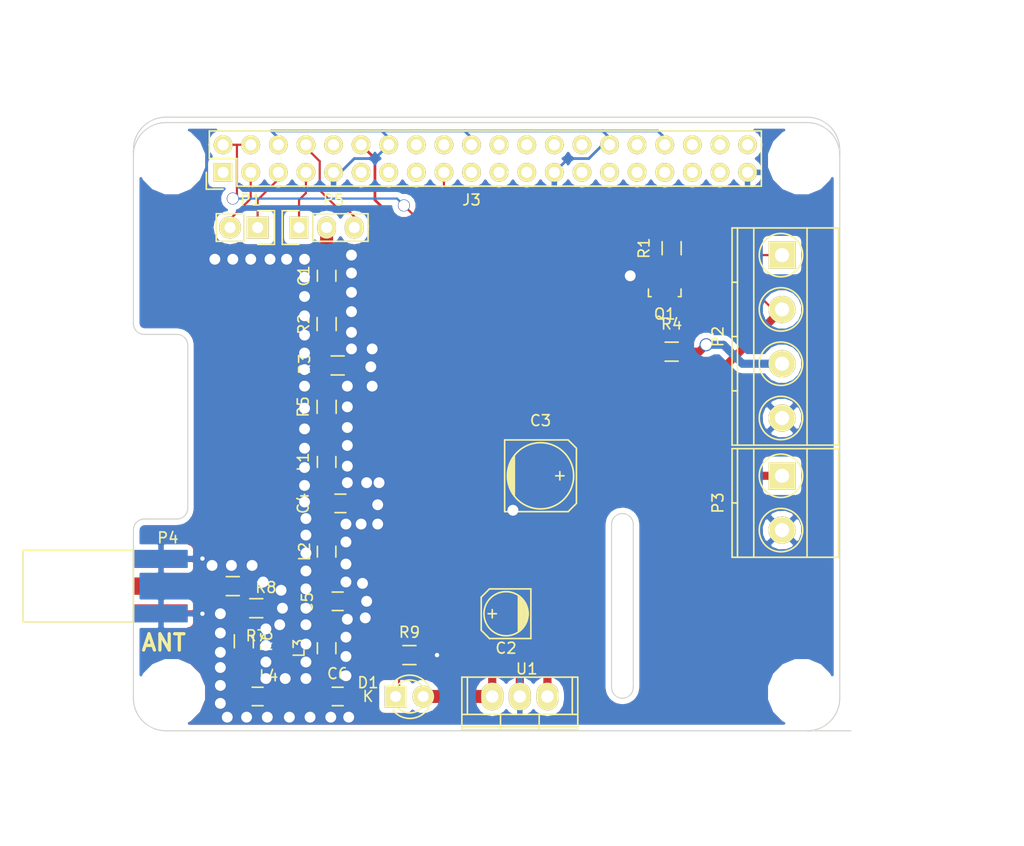
<source format=kicad_pcb>
(kicad_pcb (version 4) (host pcbnew 4.0.2+dfsg1-stable)

  (general
    (links 56)
    (no_connects 3)
    (area 23.005 14.346 129.806429 93.69)
    (thickness 1.6)
    (drawings 40)
    (tracks 343)
    (zones 0)
    (modules 32)
    (nets 47)
  )

  (page A4)
  (title_block
    (title "Raspberry Pi TX 2m")
    (date 2017-01-16)
    (rev "Rev 1")
    (company "Giga Technology")
    (comment 1 "Auther: Anton Janovsky")
  )

  (layers
    (0 F.Cu mixed)
    (31 B.Cu power)
    (32 B.Adhes user)
    (33 F.Adhes user)
    (34 B.Paste user)
    (35 F.Paste user)
    (36 B.SilkS user)
    (37 F.SilkS user)
    (38 B.Mask user)
    (39 F.Mask user)
    (40 Dwgs.User user)
    (41 Cmts.User user)
    (42 Eco1.User user)
    (43 Eco2.User user)
    (44 Edge.Cuts user)
    (45 Margin user)
    (46 B.CrtYd user)
    (47 F.CrtYd user)
    (48 B.Fab user)
    (49 F.Fab user)
  )

  (setup
    (last_trace_width 0.1)
    (user_trace_width 0.01)
    (user_trace_width 0.02)
    (user_trace_width 0.05)
    (user_trace_width 0.1)
    (user_trace_width 0.2)
    (trace_clearance 0.2)
    (zone_clearance 0.508)
    (zone_45_only no)
    (trace_min 0.01)
    (segment_width 0.2)
    (edge_width 0.1)
    (via_size 1.1)
    (via_drill 1)
    (via_min_size 0.4)
    (via_min_drill 0.3)
    (uvia_size 0.9)
    (uvia_drill 0.1)
    (uvias_allowed no)
    (uvia_min_size 0.2)
    (uvia_min_drill 0.1)
    (pcb_text_width 0.3)
    (pcb_text_size 1.5 1.5)
    (mod_edge_width 0.15)
    (mod_text_size 1 1)
    (mod_text_width 0.15)
    (pad_size 2.75 2.75)
    (pad_drill 2.75)
    (pad_to_mask_clearance 0)
    (aux_axis_origin 0 0)
    (visible_elements 7FFEFFFF)
    (pcbplotparams
      (layerselection 0x00030_80000001)
      (usegerberextensions false)
      (excludeedgelayer true)
      (linewidth 0.100000)
      (plotframeref false)
      (viasonmask false)
      (mode 1)
      (useauxorigin false)
      (hpglpennumber 1)
      (hpglpenspeed 20)
      (hpglpendiameter 15)
      (hpglpenoverlay 2)
      (psnegative false)
      (psa4output false)
      (plotreference true)
      (plotvalue true)
      (plotinvisibletext false)
      (padsonsilk false)
      (subtractmaskfromsilk false)
      (outputformat 1)
      (mirror false)
      (drillshape 0)
      (scaleselection 1)
      (outputdirectory meta/))
  )

  (net 0 "")
  (net 1 "Net-(C1-Pad1)")
  (net 2 "Net-(C1-Pad2)")
  (net 3 +5V)
  (net 4 GND)
  (net 5 "Net-(C3-Pad1)")
  (net 6 "Net-(C4-Pad1)")
  (net 7 "Net-(C5-Pad1)")
  (net 8 "Net-(C6-Pad1)")
  (net 9 "Net-(D1-Pad1)")
  (net 10 +3V3)
  (net 11 "Net-(J3-Pad3)")
  (net 12 "Net-(J3-Pad5)")
  (net 13 "Net-(J3-Pad7)")
  (net 14 "Net-(J3-Pad8)")
  (net 15 "Net-(J3-Pad10)")
  (net 16 "Net-(J3-Pad11)")
  (net 17 "Net-(J3-Pad12)")
  (net 18 "Net-(J3-Pad13)")
  (net 19 "Net-(J3-Pad15)")
  (net 20 "Net-(J3-Pad16)")
  (net 21 "Net-(J3-Pad18)")
  (net 22 "Net-(J3-Pad19)")
  (net 23 "Net-(J3-Pad21)")
  (net 24 "Net-(J3-Pad22)")
  (net 25 "Net-(J3-Pad23)")
  (net 26 "Net-(J3-Pad24)")
  (net 27 "Net-(J3-Pad26)")
  (net 28 "Net-(J3-Pad27)")
  (net 29 "Net-(J3-Pad28)")
  (net 30 "Net-(J3-Pad29)")
  (net 31 "Net-(J3-Pad31)")
  (net 32 "Net-(J3-Pad32)")
  (net 33 "Net-(J3-Pad33)")
  (net 34 "Net-(J3-Pad35)")
  (net 35 "Net-(J3-Pad36)")
  (net 36 "Net-(J3-Pad37)")
  (net 37 "Net-(J3-Pad38)")
  (net 38 "Net-(J3-Pad40)")
  (net 39 "Net-(L1-Pad1)")
  (net 40 "Net-(L4-Pad1)")
  (net 41 "Net-(P2-Pad3)")
  (net 42 "Net-(P4-Pad1)")
  (net 43 "Net-(Q1-Pad1)")
  (net 44 "Net-(R2-Pad1)")
  (net 45 "Net-(R6-Pad1)")
  (net 46 "Net-(Q1-Pad3)")

  (net_class Default "This is the default net class."
    (clearance 0.2)
    (trace_width 1.2)
    (via_dia 1.1)
    (via_drill 1)
    (uvia_dia 0.9)
    (uvia_drill 0.1)
    (add_net +3V3)
    (add_net +5V)
    (add_net GND)
    (add_net "Net-(C1-Pad1)")
    (add_net "Net-(C1-Pad2)")
    (add_net "Net-(C3-Pad1)")
    (add_net "Net-(C4-Pad1)")
    (add_net "Net-(C5-Pad1)")
    (add_net "Net-(C6-Pad1)")
    (add_net "Net-(D1-Pad1)")
    (add_net "Net-(J3-Pad10)")
    (add_net "Net-(J3-Pad11)")
    (add_net "Net-(J3-Pad12)")
    (add_net "Net-(J3-Pad13)")
    (add_net "Net-(J3-Pad15)")
    (add_net "Net-(J3-Pad16)")
    (add_net "Net-(J3-Pad18)")
    (add_net "Net-(J3-Pad19)")
    (add_net "Net-(J3-Pad21)")
    (add_net "Net-(J3-Pad22)")
    (add_net "Net-(J3-Pad23)")
    (add_net "Net-(J3-Pad24)")
    (add_net "Net-(J3-Pad26)")
    (add_net "Net-(J3-Pad27)")
    (add_net "Net-(J3-Pad28)")
    (add_net "Net-(J3-Pad29)")
    (add_net "Net-(J3-Pad3)")
    (add_net "Net-(J3-Pad31)")
    (add_net "Net-(J3-Pad32)")
    (add_net "Net-(J3-Pad33)")
    (add_net "Net-(J3-Pad35)")
    (add_net "Net-(J3-Pad36)")
    (add_net "Net-(J3-Pad37)")
    (add_net "Net-(J3-Pad38)")
    (add_net "Net-(J3-Pad40)")
    (add_net "Net-(J3-Pad5)")
    (add_net "Net-(J3-Pad7)")
    (add_net "Net-(J3-Pad8)")
    (add_net "Net-(L1-Pad1)")
    (add_net "Net-(L4-Pad1)")
    (add_net "Net-(P2-Pad3)")
    (add_net "Net-(P4-Pad1)")
    (add_net "Net-(Q1-Pad1)")
    (add_net "Net-(Q1-Pad3)")
    (add_net "Net-(R2-Pad1)")
    (add_net "Net-(R6-Pad1)")
  )

  (net_class +5V ""
    (clearance 0.2)
    (trace_width 1)
    (via_dia 0.6)
    (via_drill 0.4)
    (uvia_dia 0.3)
    (uvia_drill 0.1)
  )

  (module RPi_Hat:RPi_Hat_Mounting_Hole locked (layer F.Cu) (tedit 55217C7B) (tstamp 5515DEA9)
    (at 97.06 30.67)
    (descr "Mounting hole, Befestigungsbohrung, 2,7mm, No Annular, Kein Restring,")
    (tags "Mounting hole, Befestigungsbohrung, 2,7mm, No Annular, Kein Restring,")
    (fp_text reference "" (at 0 -4.0005) (layer F.SilkS) hide
      (effects (font (size 1 1) (thickness 0.15)))
    )
    (fp_text value "" (at 0.09906 3.59918) (layer F.Fab) hide
      (effects (font (size 1 1) (thickness 0.15)))
    )
    (fp_circle (center 0 0) (end 1.375 0) (layer F.Fab) (width 0.15))
    (fp_circle (center 0 0) (end 3.1 0) (layer F.Fab) (width 0.15))
    (fp_circle (center 0 0) (end 3.1 0) (layer B.Fab) (width 0.15))
    (fp_circle (center 0 0) (end 1.375 0) (layer B.Fab) (width 0.15))
    (fp_circle (center 0 0) (end 3.1 0) (layer F.CrtYd) (width 0.15))
    (fp_circle (center 0 0) (end 3.1 0) (layer B.CrtYd) (width 0.15))
    (pad "" np_thru_hole circle (at 0 0) (size 2.75 2.75) (drill 2.75) (layers *.Cu *.Mask)
      (solder_mask_margin 1.725) (clearance 1.725))
  )

  (module RPi_Hat:RPi_Hat_Mounting_Hole locked (layer F.Cu) (tedit 55217CCB) (tstamp 55169DC9)
    (at 97.06 79.67)
    (descr "Mounting hole, Befestigungsbohrung, 2,7mm, No Annular, Kein Restring,")
    (tags "Mounting hole, Befestigungsbohrung, 2,7mm, No Annular, Kein Restring,")
    (fp_text reference "" (at 0 -4.0005) (layer F.SilkS) hide
      (effects (font (size 1 1) (thickness 0.15)))
    )
    (fp_text value "" (at 0.09906 3.59918) (layer F.Fab) hide
      (effects (font (size 1 1) (thickness 0.15)))
    )
    (fp_circle (center 0 0) (end 1.375 0) (layer F.Fab) (width 0.15))
    (fp_circle (center 0 0) (end 3.1 0) (layer F.Fab) (width 0.15))
    (fp_circle (center 0 0) (end 3.1 0) (layer B.Fab) (width 0.15))
    (fp_circle (center 0 0) (end 1.375 0) (layer B.Fab) (width 0.15))
    (fp_circle (center 0 0) (end 3.1 0) (layer F.CrtYd) (width 0.15))
    (fp_circle (center 0 0) (end 3.1 0) (layer B.CrtYd) (width 0.15))
    (pad "" np_thru_hole circle (at 0 0) (size 2.75 2.75) (drill 2.75) (layers *.Cu *.Mask)
      (solder_mask_margin 1.725) (clearance 1.725))
  )

  (module RPi_Hat:RPi_Hat_Mounting_Hole locked (layer F.Cu) (tedit 55217CB9) (tstamp 5515DECC)
    (at 39.06 79.67)
    (descr "Mounting hole, Befestigungsbohrung, 2,7mm, No Annular, Kein Restring,")
    (tags "Mounting hole, Befestigungsbohrung, 2,7mm, No Annular, Kein Restring,")
    (fp_text reference "" (at 0 -4.0005) (layer F.SilkS) hide
      (effects (font (size 1 1) (thickness 0.15)))
    )
    (fp_text value "" (at 0.09906 3.59918) (layer F.Fab) hide
      (effects (font (size 1 1) (thickness 0.15)))
    )
    (fp_circle (center 0 0) (end 1.375 0) (layer F.Fab) (width 0.15))
    (fp_circle (center 0 0) (end 3.1 0) (layer F.Fab) (width 0.15))
    (fp_circle (center 0 0) (end 3.1 0) (layer B.Fab) (width 0.15))
    (fp_circle (center 0 0) (end 1.375 0) (layer B.Fab) (width 0.15))
    (fp_circle (center 0 0) (end 3.1 0) (layer F.CrtYd) (width 0.15))
    (fp_circle (center 0 0) (end 3.1 0) (layer B.CrtYd) (width 0.15))
    (pad "" np_thru_hole circle (at 0 0) (size 2.75 2.75) (drill 2.75) (layers *.Cu *.Mask)
      (solder_mask_margin 1.725) (clearance 1.725))
  )

  (module RPi_Hat:RPi_Hat_Mounting_Hole locked (layer F.Cu) (tedit 55217CA2) (tstamp 5515DEBF)
    (at 39.06 30.67)
    (descr "Mounting hole, Befestigungsbohrung, 2,7mm, No Annular, Kein Restring,")
    (tags "Mounting hole, Befestigungsbohrung, 2,7mm, No Annular, Kein Restring,")
    (fp_text reference "" (at 0 -4.0005) (layer F.SilkS) hide
      (effects (font (size 1 1) (thickness 0.15)))
    )
    (fp_text value "" (at 0.09906 3.59918) (layer F.Fab) hide
      (effects (font (size 1 1) (thickness 0.15)))
    )
    (fp_circle (center 0 0) (end 1.375 0) (layer F.Fab) (width 0.15))
    (fp_circle (center 0 0) (end 3.1 0) (layer F.Fab) (width 0.15))
    (fp_circle (center 0 0) (end 3.1 0) (layer B.Fab) (width 0.15))
    (fp_circle (center 0 0) (end 1.375 0) (layer B.Fab) (width 0.15))
    (fp_circle (center 0 0) (end 3.1 0) (layer F.CrtYd) (width 0.15))
    (fp_circle (center 0 0) (end 3.1 0) (layer B.CrtYd) (width 0.15))
    (pad "" np_thru_hole circle (at 0 0) (size 2.75 2.75) (drill 2.75) (layers *.Cu *.Mask)
      (solder_mask_margin 1.725) (clearance 1.725))
  )

  (module Capacitors_SMD:C_0805 (layer F.Cu) (tedit 5415D6EA) (tstamp 58836F51)
    (at 53.34 41.275 90)
    (descr "Capacitor SMD 0805, reflow soldering, AVX (see smccp.pdf)")
    (tags "capacitor 0805")
    (path /5873A98D)
    (attr smd)
    (fp_text reference C1 (at 0 -2.1 90) (layer F.SilkS)
      (effects (font (size 1 1) (thickness 0.15)))
    )
    (fp_text value 10nf (at 0 2.1 90) (layer F.Fab)
      (effects (font (size 1 1) (thickness 0.15)))
    )
    (fp_line (start -1.8 -1) (end 1.8 -1) (layer F.CrtYd) (width 0.05))
    (fp_line (start -1.8 1) (end 1.8 1) (layer F.CrtYd) (width 0.05))
    (fp_line (start -1.8 -1) (end -1.8 1) (layer F.CrtYd) (width 0.05))
    (fp_line (start 1.8 -1) (end 1.8 1) (layer F.CrtYd) (width 0.05))
    (fp_line (start 0.5 -0.85) (end -0.5 -0.85) (layer F.SilkS) (width 0.15))
    (fp_line (start -0.5 0.85) (end 0.5 0.85) (layer F.SilkS) (width 0.15))
    (pad 1 smd rect (at -1 0 90) (size 1 1.25) (layers F.Cu F.Paste F.Mask)
      (net 1 "Net-(C1-Pad1)"))
    (pad 2 smd rect (at 1 0 90) (size 1 1.25) (layers F.Cu F.Paste F.Mask)
      (net 2 "Net-(C1-Pad2)"))
    (model Capacitors_SMD.3dshapes/C_0805.wrl
      (at (xyz 0 0 0))
      (scale (xyz 1 1 1))
      (rotate (xyz 0 0 0))
    )
  )

  (module Capacitors_SMD:c_elec_4x5.7 (layer F.Cu) (tedit 556FDF26) (tstamp 58836F6C)
    (at 69.85 72.39 180)
    (descr "SMT capacitor, aluminium electrolytic, 4x5.7")
    (path /587483BD)
    (attr smd)
    (fp_text reference C2 (at 0 -3.175 180) (layer F.SilkS)
      (effects (font (size 1 1) (thickness 0.15)))
    )
    (fp_text value 1uF (at 0 3.175 180) (layer F.Fab)
      (effects (font (size 1 1) (thickness 0.15)))
    )
    (fp_line (start -3.35 -2.65) (end 3.35 -2.65) (layer F.CrtYd) (width 0.05))
    (fp_line (start 3.35 -2.65) (end 3.35 2.65) (layer F.CrtYd) (width 0.05))
    (fp_line (start 3.35 2.65) (end -3.35 2.65) (layer F.CrtYd) (width 0.05))
    (fp_line (start -3.35 2.65) (end -3.35 -2.65) (layer F.CrtYd) (width 0.05))
    (fp_line (start 1.651 0) (end 0.889 0) (layer F.SilkS) (width 0.15))
    (fp_line (start 1.27 -0.381) (end 1.27 0.381) (layer F.SilkS) (width 0.15))
    (fp_line (start 1.524 2.286) (end -2.286 2.286) (layer F.SilkS) (width 0.15))
    (fp_line (start 2.286 -1.524) (end 2.286 1.524) (layer F.SilkS) (width 0.15))
    (fp_line (start 1.524 2.286) (end 2.286 1.524) (layer F.SilkS) (width 0.15))
    (fp_line (start 1.524 -2.286) (end -2.286 -2.286) (layer F.SilkS) (width 0.15))
    (fp_line (start 1.524 -2.286) (end 2.286 -1.524) (layer F.SilkS) (width 0.15))
    (fp_line (start -2.032 0.127) (end -2.032 -0.127) (layer F.SilkS) (width 0.15))
    (fp_line (start -1.905 -0.635) (end -1.905 0.635) (layer F.SilkS) (width 0.15))
    (fp_line (start -1.778 0.889) (end -1.778 -0.889) (layer F.SilkS) (width 0.15))
    (fp_line (start -1.651 1.143) (end -1.651 -1.143) (layer F.SilkS) (width 0.15))
    (fp_line (start -1.524 -1.27) (end -1.524 1.27) (layer F.SilkS) (width 0.15))
    (fp_line (start -1.397 1.397) (end -1.397 -1.397) (layer F.SilkS) (width 0.15))
    (fp_line (start -1.27 -1.524) (end -1.27 1.524) (layer F.SilkS) (width 0.15))
    (fp_line (start -1.143 -1.651) (end -1.143 1.651) (layer F.SilkS) (width 0.15))
    (fp_line (start -2.286 -2.286) (end -2.286 2.286) (layer F.SilkS) (width 0.15))
    (fp_circle (center 0 0) (end -2.032 0) (layer F.SilkS) (width 0.15))
    (pad 1 smd rect (at 1.80086 0 180) (size 2.60096 1.6002) (layers F.Cu F.Paste F.Mask)
      (net 3 +5V))
    (pad 2 smd rect (at -1.80086 0 180) (size 2.60096 1.6002) (layers F.Cu F.Paste F.Mask)
      (net 4 GND))
    (model Capacitors_SMD.3dshapes/c_elec_4x5.7.wrl
      (at (xyz 0 0 0))
      (scale (xyz 1 1 1))
      (rotate (xyz 0 0 0))
    )
  )

  (module Capacitors_SMD:c_elec_6.3x5.7 (layer F.Cu) (tedit 58811D2A) (tstamp 58836F84)
    (at 73.025 59.69)
    (descr "SMT capacitor, aluminium electrolytic, 6.3x5.7")
    (path /5874843A)
    (attr smd)
    (fp_text reference C3 (at 0 -5.08) (layer F.SilkS)
      (effects (font (size 1 1) (thickness 0.15)))
    )
    (fp_text value 47uF (at 0 3.81) (layer F.Fab)
      (effects (font (size 1 1) (thickness 0.15)))
    )
    (fp_line (start -4.85 -3.65) (end 4.85 -3.65) (layer F.CrtYd) (width 0.05))
    (fp_line (start 4.85 -3.65) (end 4.85 3.65) (layer F.CrtYd) (width 0.05))
    (fp_line (start 4.85 3.65) (end -4.85 3.65) (layer F.CrtYd) (width 0.05))
    (fp_line (start -4.85 3.65) (end -4.85 -3.65) (layer F.CrtYd) (width 0.05))
    (fp_line (start -2.921 -0.762) (end -2.921 0.762) (layer F.SilkS) (width 0.15))
    (fp_line (start -2.794 1.143) (end -2.794 -1.143) (layer F.SilkS) (width 0.15))
    (fp_line (start -2.667 -1.397) (end -2.667 1.397) (layer F.SilkS) (width 0.15))
    (fp_line (start -2.54 1.651) (end -2.54 -1.651) (layer F.SilkS) (width 0.15))
    (fp_line (start -2.413 -1.778) (end -2.413 1.778) (layer F.SilkS) (width 0.15))
    (fp_line (start -3.302 -3.302) (end -3.302 3.302) (layer F.SilkS) (width 0.15))
    (fp_line (start -3.302 3.302) (end 2.54 3.302) (layer F.SilkS) (width 0.15))
    (fp_line (start 2.54 3.302) (end 3.302 2.54) (layer F.SilkS) (width 0.15))
    (fp_line (start 3.302 2.54) (end 3.302 -2.54) (layer F.SilkS) (width 0.15))
    (fp_line (start 3.302 -2.54) (end 2.54 -3.302) (layer F.SilkS) (width 0.15))
    (fp_line (start 2.54 -3.302) (end -3.302 -3.302) (layer F.SilkS) (width 0.15))
    (fp_line (start 2.159 0) (end 1.397 0) (layer F.SilkS) (width 0.15))
    (fp_line (start 1.778 -0.381) (end 1.778 0.381) (layer F.SilkS) (width 0.15))
    (fp_circle (center 0 0) (end -3.048 0) (layer F.SilkS) (width 0.15))
    (pad 1 smd rect (at 2.75082 0) (size 3.59918 1.6002) (layers F.Cu F.Paste F.Mask)
      (net 5 "Net-(C3-Pad1)"))
    (pad 2 smd rect (at -2.75082 0) (size 3.59918 1.6002) (layers F.Cu F.Paste F.Mask)
      (net 4 GND))
    (model Capacitors_SMD.3dshapes/c_elec_6.3x5.7.wrl
      (at (xyz 0 0 0))
      (scale (xyz 1 1 1))
      (rotate (xyz 0 0 0))
    )
  )

  (module Capacitors_SMD:C_0805_HandSoldering (layer F.Cu) (tedit 5893A4B2) (tstamp 58836F90)
    (at 54.61 62.23)
    (descr "Capacitor SMD 0805, hand soldering")
    (tags "capacitor 0805")
    (path /5873B26E)
    (attr smd)
    (fp_text reference C4 (at -3.429 0 90) (layer F.SilkS)
      (effects (font (size 1 1) (thickness 0.15)))
    )
    (fp_text value 33pF (at 0 2.1) (layer F.Fab)
      (effects (font (size 1 1) (thickness 0.15)))
    )
    (fp_line (start -2.3 -1) (end 2.3 -1) (layer F.CrtYd) (width 0.05))
    (fp_line (start -2.3 1) (end 2.3 1) (layer F.CrtYd) (width 0.05))
    (fp_line (start -2.3 -1) (end -2.3 1) (layer F.CrtYd) (width 0.05))
    (fp_line (start 2.3 -1) (end 2.3 1) (layer F.CrtYd) (width 0.05))
    (fp_line (start 0.5 -0.85) (end -0.5 -0.85) (layer F.SilkS) (width 0.15))
    (fp_line (start -0.5 0.85) (end 0.5 0.85) (layer F.SilkS) (width 0.15))
    (pad 1 smd rect (at -1.25 0) (size 1.5 1.25) (layers F.Cu F.Paste F.Mask)
      (net 6 "Net-(C4-Pad1)"))
    (pad 2 smd rect (at 1.25 0) (size 1.5 1.25) (layers F.Cu F.Paste F.Mask)
      (net 4 GND))
    (model Capacitors_SMD.3dshapes/C_0805_HandSoldering.wrl
      (at (xyz 0 0 0))
      (scale (xyz 1 1 1))
      (rotate (xyz 0 0 0))
    )
  )

  (module Capacitors_SMD:C_0805 (layer F.Cu) (tedit 5893A4C2) (tstamp 58836F9C)
    (at 54.356 71.247)
    (descr "Capacitor SMD 0805, reflow soldering, AVX (see smccp.pdf)")
    (tags "capacitor 0805")
    (path /5873B29D)
    (attr smd)
    (fp_text reference C5 (at -2.794 0.127 90) (layer F.SilkS)
      (effects (font (size 1 1) (thickness 0.15)))
    )
    (fp_text value 36pF (at 0 2.1) (layer F.Fab)
      (effects (font (size 1 1) (thickness 0.15)))
    )
    (fp_line (start -1.8 -1) (end 1.8 -1) (layer F.CrtYd) (width 0.05))
    (fp_line (start -1.8 1) (end 1.8 1) (layer F.CrtYd) (width 0.05))
    (fp_line (start -1.8 -1) (end -1.8 1) (layer F.CrtYd) (width 0.05))
    (fp_line (start 1.8 -1) (end 1.8 1) (layer F.CrtYd) (width 0.05))
    (fp_line (start 0.5 -0.85) (end -0.5 -0.85) (layer F.SilkS) (width 0.15))
    (fp_line (start -0.5 0.85) (end 0.5 0.85) (layer F.SilkS) (width 0.15))
    (pad 1 smd rect (at -1 0) (size 1 1.25) (layers F.Cu F.Paste F.Mask)
      (net 7 "Net-(C5-Pad1)"))
    (pad 2 smd rect (at 1 0) (size 1 1.25) (layers F.Cu F.Paste F.Mask)
      (net 4 GND))
    (model Capacitors_SMD.3dshapes/C_0805.wrl
      (at (xyz 0 0 0))
      (scale (xyz 1 1 1))
      (rotate (xyz 0 0 0))
    )
  )

  (module Capacitors_SMD:C_0805 (layer F.Cu) (tedit 5415D6EA) (tstamp 58836FA8)
    (at 54.356 80.01)
    (descr "Capacitor SMD 0805, reflow soldering, AVX (see smccp.pdf)")
    (tags "capacitor 0805")
    (path /587BD58E)
    (attr smd)
    (fp_text reference C6 (at 0 -2.1) (layer F.SilkS)
      (effects (font (size 1 1) (thickness 0.15)))
    )
    (fp_text value 33pF (at 0 2.1) (layer F.Fab)
      (effects (font (size 1 1) (thickness 0.15)))
    )
    (fp_line (start -1.8 -1) (end 1.8 -1) (layer F.CrtYd) (width 0.05))
    (fp_line (start -1.8 1) (end 1.8 1) (layer F.CrtYd) (width 0.05))
    (fp_line (start -1.8 -1) (end -1.8 1) (layer F.CrtYd) (width 0.05))
    (fp_line (start 1.8 -1) (end 1.8 1) (layer F.CrtYd) (width 0.05))
    (fp_line (start 0.5 -0.85) (end -0.5 -0.85) (layer F.SilkS) (width 0.15))
    (fp_line (start -0.5 0.85) (end 0.5 0.85) (layer F.SilkS) (width 0.15))
    (pad 1 smd rect (at -1 0) (size 1 1.25) (layers F.Cu F.Paste F.Mask)
      (net 8 "Net-(C6-Pad1)"))
    (pad 2 smd rect (at 1 0) (size 1 1.25) (layers F.Cu F.Paste F.Mask)
      (net 4 GND))
    (model Capacitors_SMD.3dshapes/C_0805.wrl
      (at (xyz 0 0 0))
      (scale (xyz 1 1 1))
      (rotate (xyz 0 0 0))
    )
  )

  (module LEDs:LED-3MM (layer F.Cu) (tedit 58811F88) (tstamp 58836FB9)
    (at 59.69 80.01)
    (descr "LED 3mm round vertical")
    (tags "LED  3mm round vertical")
    (path /587C1CAF)
    (fp_text reference D1 (at -2.54 -1.27) (layer F.SilkS)
      (effects (font (size 1 1) (thickness 0.15)))
    )
    (fp_text value LED (at 1.3 -2.9) (layer F.Fab)
      (effects (font (size 1 1) (thickness 0.15)))
    )
    (fp_line (start -1.2 2.3) (end 3.8 2.3) (layer F.CrtYd) (width 0.05))
    (fp_line (start 3.8 2.3) (end 3.8 -2.2) (layer F.CrtYd) (width 0.05))
    (fp_line (start 3.8 -2.2) (end -1.2 -2.2) (layer F.CrtYd) (width 0.05))
    (fp_line (start -1.2 -2.2) (end -1.2 2.3) (layer F.CrtYd) (width 0.05))
    (fp_line (start -0.199 1.314) (end -0.199 1.114) (layer F.SilkS) (width 0.15))
    (fp_line (start -0.199 -1.28) (end -0.199 -1.1) (layer F.SilkS) (width 0.15))
    (fp_arc (start 1.301 0.034) (end -0.199 -1.286) (angle 108.5) (layer F.SilkS) (width 0.15))
    (fp_arc (start 1.301 0.034) (end 0.25 -1.1) (angle 85.7) (layer F.SilkS) (width 0.15))
    (fp_arc (start 1.311 0.034) (end 3.051 0.994) (angle 110) (layer F.SilkS) (width 0.15))
    (fp_arc (start 1.301 0.034) (end 2.335 1.094) (angle 87.5) (layer F.SilkS) (width 0.15))
    (fp_text user K (at -2.54 0) (layer F.SilkS)
      (effects (font (size 1 1) (thickness 0.15)))
    )
    (pad 1 thru_hole rect (at 0 0 90) (size 2 2) (drill 1.00076) (layers *.Cu *.Mask F.SilkS)
      (net 9 "Net-(D1-Pad1)"))
    (pad 2 thru_hole circle (at 2.54 0) (size 2 2) (drill 1.00076) (layers *.Cu *.Mask F.SilkS)
      (net 3 +5V))
    (model LEDs.3dshapes/LED-3MM.wrl
      (at (xyz 0.05 0 0))
      (scale (xyz 1 1 1))
      (rotate (xyz 0 0 90))
    )
  )

  (module Pin_Headers:Pin_Header_Straight_2x20 (layer F.Cu) (tedit 587FD268) (tstamp 58836FF1)
    (at 43.815 31.75 90)
    (descr "Through hole pin header")
    (tags "pin header")
    (path /5873A850)
    (fp_text reference J3 (at -2.54 22.86 180) (layer F.SilkS)
      (effects (font (size 1 1) (thickness 0.15)))
    )
    (fp_text value RPi_GPIO (at 0 -3.1 90) (layer F.Fab)
      (effects (font (size 1 1) (thickness 0.15)))
    )
    (fp_line (start -1.75 -1.75) (end -1.75 50.05) (layer F.CrtYd) (width 0.05))
    (fp_line (start 4.3 -1.75) (end 4.3 50.05) (layer F.CrtYd) (width 0.05))
    (fp_line (start -1.75 -1.75) (end 4.3 -1.75) (layer F.CrtYd) (width 0.05))
    (fp_line (start -1.75 50.05) (end 4.3 50.05) (layer F.CrtYd) (width 0.05))
    (fp_line (start 3.81 49.53) (end 3.81 -1.27) (layer F.SilkS) (width 0.15))
    (fp_line (start -1.27 1.27) (end -1.27 49.53) (layer F.SilkS) (width 0.15))
    (fp_line (start 3.81 49.53) (end -1.27 49.53) (layer F.SilkS) (width 0.15))
    (fp_line (start 3.81 -1.27) (end 1.27 -1.27) (layer F.SilkS) (width 0.15))
    (fp_line (start 0 -1.55) (end -1.55 -1.55) (layer F.SilkS) (width 0.15))
    (fp_line (start 1.27 -1.27) (end 1.27 1.27) (layer F.SilkS) (width 0.15))
    (fp_line (start 1.27 1.27) (end -1.27 1.27) (layer F.SilkS) (width 0.15))
    (fp_line (start -1.55 -1.55) (end -1.55 0) (layer F.SilkS) (width 0.15))
    (pad 1 thru_hole rect (at 0 0 90) (size 1.7272 1.7272) (drill 1.016) (layers *.Cu *.Mask F.SilkS)
      (net 10 +3V3))
    (pad 2 thru_hole oval (at 2.54 0 90) (size 1.7272 1.7272) (drill 1.016) (layers *.Cu *.Mask F.SilkS)
      (net 3 +5V))
    (pad 3 thru_hole oval (at 0 2.54 90) (size 1.7272 1.7272) (drill 1.016) (layers *.Cu *.Mask F.SilkS)
      (net 11 "Net-(J3-Pad3)"))
    (pad 4 thru_hole oval (at 2.54 2.54 90) (size 1.7272 1.7272) (drill 1.016) (layers *.Cu *.Mask F.SilkS)
      (net 3 +5V))
    (pad 5 thru_hole oval (at 0 5.08 90) (size 1.7272 1.7272) (drill 1.016) (layers *.Cu *.Mask F.SilkS)
      (net 12 "Net-(J3-Pad5)"))
    (pad 6 thru_hole oval (at 2.54 5.08 90) (size 1.7272 1.7272) (drill 1.016) (layers *.Cu *.Mask F.SilkS)
      (net 4 GND))
    (pad 7 thru_hole oval (at 0 7.62 90) (size 1.7272 1.7272) (drill 1.016) (layers *.Cu *.Mask F.SilkS)
      (net 13 "Net-(J3-Pad7)"))
    (pad 8 thru_hole oval (at 2.54 7.62 90) (size 1.7272 1.7272) (drill 1.016) (layers *.Cu *.Mask F.SilkS)
      (net 14 "Net-(J3-Pad8)"))
    (pad 9 thru_hole oval (at 0 10.16 90) (size 1.7272 1.7272) (drill 1.016) (layers *.Cu *.Mask F.SilkS)
      (net 4 GND))
    (pad 10 thru_hole oval (at 2.54 10.16 90) (size 1.7272 1.7272) (drill 1.016) (layers *.Cu *.Mask F.SilkS)
      (net 15 "Net-(J3-Pad10)"))
    (pad 11 thru_hole oval (at 0 12.7 90) (size 1.7272 1.7272) (drill 1.016) (layers *.Cu *.Mask F.SilkS)
      (net 16 "Net-(J3-Pad11)"))
    (pad 12 thru_hole oval (at 2.54 12.7 90) (size 1.7272 1.7272) (drill 1.016) (layers *.Cu *.Mask F.SilkS)
      (net 17 "Net-(J3-Pad12)"))
    (pad 13 thru_hole oval (at 0 15.24 90) (size 1.7272 1.7272) (drill 1.016) (layers *.Cu *.Mask F.SilkS)
      (net 18 "Net-(J3-Pad13)"))
    (pad 14 thru_hole oval (at 2.54 15.24 90) (size 1.7272 1.7272) (drill 1.016) (layers *.Cu *.Mask F.SilkS)
      (net 4 GND))
    (pad 15 thru_hole oval (at 0 17.78 90) (size 1.7272 1.7272) (drill 1.016) (layers *.Cu *.Mask F.SilkS)
      (net 19 "Net-(J3-Pad15)"))
    (pad 16 thru_hole oval (at 2.54 17.78 90) (size 1.7272 1.7272) (drill 1.016) (layers *.Cu *.Mask F.SilkS)
      (net 20 "Net-(J3-Pad16)"))
    (pad 17 thru_hole oval (at 0 20.32 90) (size 1.7272 1.7272) (drill 1.016) (layers *.Cu *.Mask F.SilkS)
      (net 10 +3V3))
    (pad 18 thru_hole oval (at 2.54 20.32 90) (size 1.7272 1.7272) (drill 1.016) (layers *.Cu *.Mask F.SilkS)
      (net 21 "Net-(J3-Pad18)"))
    (pad 19 thru_hole oval (at 0 22.86 90) (size 1.7272 1.7272) (drill 1.016) (layers *.Cu *.Mask F.SilkS)
      (net 22 "Net-(J3-Pad19)"))
    (pad 20 thru_hole oval (at 2.54 22.86 90) (size 1.7272 1.7272) (drill 1.016) (layers *.Cu *.Mask F.SilkS)
      (net 4 GND))
    (pad 21 thru_hole oval (at 0 25.4 90) (size 1.7272 1.7272) (drill 1.016) (layers *.Cu *.Mask F.SilkS)
      (net 23 "Net-(J3-Pad21)"))
    (pad 22 thru_hole oval (at 2.54 25.4 90) (size 1.7272 1.7272) (drill 1.016) (layers *.Cu *.Mask F.SilkS)
      (net 24 "Net-(J3-Pad22)"))
    (pad 23 thru_hole oval (at 0 27.94 90) (size 1.7272 1.7272) (drill 1.016) (layers *.Cu *.Mask F.SilkS)
      (net 25 "Net-(J3-Pad23)"))
    (pad 24 thru_hole oval (at 2.54 27.94 90) (size 1.7272 1.7272) (drill 1.016) (layers *.Cu *.Mask F.SilkS)
      (net 26 "Net-(J3-Pad24)"))
    (pad 25 thru_hole oval (at 0 30.48 90) (size 1.7272 1.7272) (drill 1.016) (layers *.Cu *.Mask F.SilkS)
      (net 4 GND))
    (pad 26 thru_hole oval (at 2.54 30.48 90) (size 1.7272 1.7272) (drill 1.016) (layers *.Cu *.Mask F.SilkS)
      (net 27 "Net-(J3-Pad26)"))
    (pad 27 thru_hole oval (at 0 33.02 90) (size 1.7272 1.7272) (drill 1.016) (layers *.Cu *.Mask F.SilkS)
      (net 28 "Net-(J3-Pad27)"))
    (pad 28 thru_hole oval (at 2.54 33.02 90) (size 1.7272 1.7272) (drill 1.016) (layers *.Cu *.Mask F.SilkS)
      (net 29 "Net-(J3-Pad28)"))
    (pad 29 thru_hole oval (at 0 35.56 90) (size 1.7272 1.7272) (drill 1.016) (layers *.Cu *.Mask F.SilkS)
      (net 30 "Net-(J3-Pad29)"))
    (pad 30 thru_hole oval (at 2.54 35.56 90) (size 1.7272 1.7272) (drill 1.016) (layers *.Cu *.Mask F.SilkS)
      (net 4 GND))
    (pad 31 thru_hole oval (at 0 38.1 90) (size 1.7272 1.7272) (drill 1.016) (layers *.Cu *.Mask F.SilkS)
      (net 31 "Net-(J3-Pad31)"))
    (pad 32 thru_hole oval (at 2.54 38.1 90) (size 1.7272 1.7272) (drill 1.016) (layers *.Cu *.Mask F.SilkS)
      (net 32 "Net-(J3-Pad32)"))
    (pad 33 thru_hole oval (at 0 40.64 90) (size 1.7272 1.7272) (drill 1.016) (layers *.Cu *.Mask F.SilkS)
      (net 33 "Net-(J3-Pad33)"))
    (pad 34 thru_hole oval (at 2.54 40.64 90) (size 1.7272 1.7272) (drill 1.016) (layers *.Cu *.Mask F.SilkS)
      (net 4 GND))
    (pad 35 thru_hole oval (at 0 43.18 90) (size 1.7272 1.7272) (drill 1.016) (layers *.Cu *.Mask F.SilkS)
      (net 34 "Net-(J3-Pad35)"))
    (pad 36 thru_hole oval (at 2.54 43.18 90) (size 1.7272 1.7272) (drill 1.016) (layers *.Cu *.Mask F.SilkS)
      (net 35 "Net-(J3-Pad36)"))
    (pad 37 thru_hole oval (at 0 45.72 90) (size 1.7272 1.7272) (drill 1.016) (layers *.Cu *.Mask F.SilkS)
      (net 36 "Net-(J3-Pad37)"))
    (pad 38 thru_hole oval (at 2.54 45.72 90) (size 1.7272 1.7272) (drill 1.016) (layers *.Cu *.Mask F.SilkS)
      (net 37 "Net-(J3-Pad38)"))
    (pad 39 thru_hole oval (at 0 48.26 90) (size 1.7272 1.7272) (drill 1.016) (layers *.Cu *.Mask F.SilkS)
      (net 4 GND))
    (pad 40 thru_hole oval (at 2.54 48.26 90) (size 1.7272 1.7272) (drill 1.016) (layers *.Cu *.Mask F.SilkS)
      (net 38 "Net-(J3-Pad40)"))
    (model Pin_Headers.3dshapes/Pin_Header_Straight_2x20.wrl
      (at (xyz 0.05 -0.95 0))
      (scale (xyz 1 1 1))
      (rotate (xyz 0 0 90))
    )
  )

  (module Capacitors_SMD:C_0805_HandSoldering (layer F.Cu) (tedit 5893A4B5) (tstamp 58836FFD)
    (at 53.34 58.42 270)
    (descr "Capacitor SMD 0805, hand soldering")
    (tags "capacitor 0805")
    (path /5873B10A)
    (attr smd)
    (fp_text reference L1 (at 0 2.159 270) (layer F.SilkS)
      (effects (font (size 1 1) (thickness 0.15)))
    )
    (fp_text value 56nH (at 0 2.1 270) (layer F.Fab)
      (effects (font (size 1 1) (thickness 0.15)))
    )
    (fp_line (start -2.3 -1) (end 2.3 -1) (layer F.CrtYd) (width 0.05))
    (fp_line (start -2.3 1) (end 2.3 1) (layer F.CrtYd) (width 0.05))
    (fp_line (start -2.3 -1) (end -2.3 1) (layer F.CrtYd) (width 0.05))
    (fp_line (start 2.3 -1) (end 2.3 1) (layer F.CrtYd) (width 0.05))
    (fp_line (start 0.5 -0.85) (end -0.5 -0.85) (layer F.SilkS) (width 0.15))
    (fp_line (start -0.5 0.85) (end 0.5 0.85) (layer F.SilkS) (width 0.15))
    (pad 1 smd rect (at -1.25 0 270) (size 1.5 1.25) (layers F.Cu F.Paste F.Mask)
      (net 39 "Net-(L1-Pad1)"))
    (pad 2 smd rect (at 1.25 0 270) (size 1.5 1.25) (layers F.Cu F.Paste F.Mask)
      (net 6 "Net-(C4-Pad1)"))
    (model Capacitors_SMD.3dshapes/C_0805_HandSoldering.wrl
      (at (xyz 0 0 0))
      (scale (xyz 1 1 1))
      (rotate (xyz 0 0 0))
    )
  )

  (module Capacitors_SMD:C_0805_HandSoldering (layer F.Cu) (tedit 5893A4BA) (tstamp 58837009)
    (at 53.34 66.675 270)
    (descr "Capacitor SMD 0805, hand soldering")
    (tags "capacitor 0805")
    (path /5873B03F)
    (attr smd)
    (fp_text reference L2 (at 0 2.032 270) (layer F.SilkS)
      (effects (font (size 1 1) (thickness 0.15)))
    )
    (fp_text value 110nH (at 0 2.1 270) (layer F.Fab)
      (effects (font (size 1 1) (thickness 0.15)))
    )
    (fp_line (start -2.3 -1) (end 2.3 -1) (layer F.CrtYd) (width 0.05))
    (fp_line (start -2.3 1) (end 2.3 1) (layer F.CrtYd) (width 0.05))
    (fp_line (start -2.3 -1) (end -2.3 1) (layer F.CrtYd) (width 0.05))
    (fp_line (start 2.3 -1) (end 2.3 1) (layer F.CrtYd) (width 0.05))
    (fp_line (start 0.5 -0.85) (end -0.5 -0.85) (layer F.SilkS) (width 0.15))
    (fp_line (start -0.5 0.85) (end 0.5 0.85) (layer F.SilkS) (width 0.15))
    (pad 1 smd rect (at -1.25 0 270) (size 1.5 1.25) (layers F.Cu F.Paste F.Mask)
      (net 6 "Net-(C4-Pad1)"))
    (pad 2 smd rect (at 1.25 0 270) (size 1.5 1.25) (layers F.Cu F.Paste F.Mask)
      (net 7 "Net-(C5-Pad1)"))
    (model Capacitors_SMD.3dshapes/C_0805_HandSoldering.wrl
      (at (xyz 0 0 0))
      (scale (xyz 1 1 1))
      (rotate (xyz 0 0 0))
    )
  )

  (module Capacitors_SMD:C_0805_HandSoldering (layer F.Cu) (tedit 58811A7E) (tstamp 58837015)
    (at 53.34 75.565 270)
    (descr "Capacitor SMD 0805, hand soldering")
    (tags "capacitor 0805")
    (path /5873B231)
    (attr smd)
    (fp_text reference L3 (at 0 2.54 270) (layer F.SilkS)
      (effects (font (size 1 1) (thickness 0.15)))
    )
    (fp_text value 110nH (at 0 2.1 270) (layer F.Fab)
      (effects (font (size 1 1) (thickness 0.15)))
    )
    (fp_line (start -2.3 -1) (end 2.3 -1) (layer F.CrtYd) (width 0.05))
    (fp_line (start -2.3 1) (end 2.3 1) (layer F.CrtYd) (width 0.05))
    (fp_line (start -2.3 -1) (end -2.3 1) (layer F.CrtYd) (width 0.05))
    (fp_line (start 2.3 -1) (end 2.3 1) (layer F.CrtYd) (width 0.05))
    (fp_line (start 0.5 -0.85) (end -0.5 -0.85) (layer F.SilkS) (width 0.15))
    (fp_line (start -0.5 0.85) (end 0.5 0.85) (layer F.SilkS) (width 0.15))
    (pad 1 smd rect (at -1.25 0 270) (size 1.5 1.25) (layers F.Cu F.Paste F.Mask)
      (net 7 "Net-(C5-Pad1)"))
    (pad 2 smd rect (at 1.25 0 270) (size 1.5 1.25) (layers F.Cu F.Paste F.Mask)
      (net 8 "Net-(C6-Pad1)"))
    (model Capacitors_SMD.3dshapes/C_0805_HandSoldering.wrl
      (at (xyz 0 0 0))
      (scale (xyz 1 1 1))
      (rotate (xyz 0 0 0))
    )
  )

  (module Capacitors_SMD:C_0805_HandSoldering (layer F.Cu) (tedit 5893A470) (tstamp 58837021)
    (at 46.99 80.01)
    (descr "Capacitor SMD 0805, hand soldering")
    (tags "capacitor 0805")
    (path /587BD666)
    (attr smd)
    (fp_text reference L4 (at 1.016 -1.905) (layer F.SilkS)
      (effects (font (size 1 1) (thickness 0.15)))
    )
    (fp_text value 56nH (at 0 2.1) (layer F.Fab)
      (effects (font (size 1 1) (thickness 0.15)))
    )
    (fp_line (start -2.3 -1) (end 2.3 -1) (layer F.CrtYd) (width 0.05))
    (fp_line (start -2.3 1) (end 2.3 1) (layer F.CrtYd) (width 0.05))
    (fp_line (start -2.3 -1) (end -2.3 1) (layer F.CrtYd) (width 0.05))
    (fp_line (start 2.3 -1) (end 2.3 1) (layer F.CrtYd) (width 0.05))
    (fp_line (start 0.5 -0.85) (end -0.5 -0.85) (layer F.SilkS) (width 0.15))
    (fp_line (start -0.5 0.85) (end 0.5 0.85) (layer F.SilkS) (width 0.15))
    (pad 1 smd rect (at -1.25 0) (size 1.5 1.25) (layers F.Cu F.Paste F.Mask)
      (net 40 "Net-(L4-Pad1)"))
    (pad 2 smd rect (at 1.25 0) (size 1.5 1.25) (layers F.Cu F.Paste F.Mask)
      (net 8 "Net-(C6-Pad1)"))
    (model Capacitors_SMD.3dshapes/C_0805_HandSoldering.wrl
      (at (xyz 0 0 0))
      (scale (xyz 1 1 1))
      (rotate (xyz 0 0 0))
    )
  )

  (module Pin_Headers:Pin_Header_Straight_1x03 (layer F.Cu) (tedit 587FD204) (tstamp 58837033)
    (at 50.8 36.83 90)
    (descr "Through hole pin header")
    (tags "pin header")
    (path /5873B3A6)
    (fp_text reference P1 (at 2.54 -4.445 180) (layer F.SilkS)
      (effects (font (size 1 1) (thickness 0.15)))
    )
    (fp_text value 3Sip100 (at 0 -3.1 90) (layer F.Fab)
      (effects (font (size 1 1) (thickness 0.15)))
    )
    (fp_line (start -1.75 -1.75) (end -1.75 6.85) (layer F.CrtYd) (width 0.05))
    (fp_line (start 1.75 -1.75) (end 1.75 6.85) (layer F.CrtYd) (width 0.05))
    (fp_line (start -1.75 -1.75) (end 1.75 -1.75) (layer F.CrtYd) (width 0.05))
    (fp_line (start -1.75 6.85) (end 1.75 6.85) (layer F.CrtYd) (width 0.05))
    (fp_line (start -1.27 1.27) (end -1.27 6.35) (layer F.SilkS) (width 0.15))
    (fp_line (start -1.27 6.35) (end 1.27 6.35) (layer F.SilkS) (width 0.15))
    (fp_line (start 1.27 6.35) (end 1.27 1.27) (layer F.SilkS) (width 0.15))
    (fp_line (start 1.55 -1.55) (end 1.55 0) (layer F.SilkS) (width 0.15))
    (fp_line (start 1.27 1.27) (end -1.27 1.27) (layer F.SilkS) (width 0.15))
    (fp_line (start -1.55 0) (end -1.55 -1.55) (layer F.SilkS) (width 0.15))
    (fp_line (start -1.55 -1.55) (end 1.55 -1.55) (layer F.SilkS) (width 0.15))
    (pad 1 thru_hole rect (at 0 0 90) (size 2.032 1.7272) (drill 1.016) (layers *.Cu *.Mask F.SilkS)
      (net 13 "Net-(J3-Pad7)"))
    (pad 2 thru_hole oval (at 0 2.54 90) (size 2.032 1.7272) (drill 1.016) (layers *.Cu *.Mask F.SilkS)
      (net 2 "Net-(C1-Pad2)"))
    (pad 3 thru_hole oval (at 0 5.08 90) (size 2.032 1.7272) (drill 1.016) (layers *.Cu *.Mask F.SilkS)
      (net 14 "Net-(J3-Pad8)"))
    (model Pin_Headers.3dshapes/Pin_Header_Straight_1x03.wrl
      (at (xyz 0 -0.1 0))
      (scale (xyz 1 1 1))
      (rotate (xyz 0 0 90))
    )
  )

  (module Bacar:SMA_Edge (layer F.Cu) (tedit 587FD281) (tstamp 588370DA)
    (at 38.1 69.85 90)
    (path /587D7F9F)
    (fp_text reference P4 (at 4.445 0.635 180) (layer F.SilkS)
      (effects (font (size 1 1) (thickness 0.15)))
    )
    (fp_text value SMA (at 0 -13.97 90) (layer F.Fab)
      (effects (font (size 1 1) (thickness 0.15)))
    )
    (fp_line (start -3.3 -2.54) (end 3.3 -2.54) (layer F.SilkS) (width 0.15))
    (fp_line (start -3.3 -12.7) (end -3.3 -2.54) (layer F.SilkS) (width 0.15))
    (fp_line (start 3.3 -12.7) (end -3.3 -12.7) (layer F.SilkS) (width 0.15))
    (fp_line (start 3.3 -12.7) (end 3.3 -2.54) (layer F.SilkS) (width 0.15))
    (pad 1 connect rect (at 0 0 90) (size 1.6 4.9) (layers F.Cu F.Mask)
      (net 42 "Net-(P4-Pad1)"))
    (pad 2 connect rect (at -2.48 0 90) (size 1.6 4.9) (layers F.Cu F.Mask)
      (net 4 GND))
    (pad 2 smd rect (at 2.48 0 90) (size 1.6 4.9) (layers F.Cu F.Paste F.Mask)
      (net 4 GND))
    (pad 2 smd rect (at 2.54 0 90) (size 1.6 4.9) (layers B.Cu F.Paste F.Mask)
      (net 4 GND))
    (pad 2 smd rect (at -2.54 0 90) (size 1.6 4.9) (layers B.Cu F.Paste F.Mask)
      (net 4 GND))
  )

  (module Pin_Headers:Pin_Header_Straight_1x02 (layer F.Cu) (tedit 587FD1F3) (tstamp 588370EB)
    (at 46.99 36.83 270)
    (descr "Through hole pin header")
    (tags "pin header")
    (path /587C1A9B)
    (fp_text reference P5 (at -2.54 -6.985 360) (layer F.SilkS)
      (effects (font (size 1 1) (thickness 0.15)))
    )
    (fp_text value CONN_01X02 (at 0 -3.1 270) (layer F.Fab)
      (effects (font (size 1 1) (thickness 0.15)))
    )
    (fp_line (start 1.27 1.27) (end 1.27 3.81) (layer F.SilkS) (width 0.15))
    (fp_line (start 1.55 -1.55) (end 1.55 0) (layer F.SilkS) (width 0.15))
    (fp_line (start -1.75 -1.75) (end -1.75 4.3) (layer F.CrtYd) (width 0.05))
    (fp_line (start 1.75 -1.75) (end 1.75 4.3) (layer F.CrtYd) (width 0.05))
    (fp_line (start -1.75 -1.75) (end 1.75 -1.75) (layer F.CrtYd) (width 0.05))
    (fp_line (start -1.75 4.3) (end 1.75 4.3) (layer F.CrtYd) (width 0.05))
    (fp_line (start 1.27 1.27) (end -1.27 1.27) (layer F.SilkS) (width 0.15))
    (fp_line (start -1.55 0) (end -1.55 -1.55) (layer F.SilkS) (width 0.15))
    (fp_line (start -1.55 -1.55) (end 1.55 -1.55) (layer F.SilkS) (width 0.15))
    (fp_line (start -1.27 1.27) (end -1.27 3.81) (layer F.SilkS) (width 0.15))
    (fp_line (start -1.27 3.81) (end 1.27 3.81) (layer F.SilkS) (width 0.15))
    (pad 1 thru_hole rect (at 0 0 270) (size 2.032 2.032) (drill 1.016) (layers *.Cu *.Mask F.SilkS)
      (net 12 "Net-(J3-Pad5)"))
    (pad 2 thru_hole oval (at 0 2.54 270) (size 2.032 2.032) (drill 1.016) (layers *.Cu *.Mask F.SilkS)
      (net 11 "Net-(J3-Pad3)"))
    (model Pin_Headers.3dshapes/Pin_Header_Straight_1x02.wrl
      (at (xyz 0 -0.05 0))
      (scale (xyz 1 1 1))
      (rotate (xyz 0 0 90))
    )
  )

  (module Resistors_SMD:R_0805 (layer F.Cu) (tedit 58811C6D) (tstamp 58837107)
    (at 85.09 38.735 90)
    (descr "Resistor SMD 0805, reflow soldering, Vishay (see dcrcw.pdf)")
    (tags "resistor 0805")
    (path /5873C587)
    (attr smd)
    (fp_text reference R1 (at 0 -2.54 90) (layer F.SilkS)
      (effects (font (size 1 1) (thickness 0.15)))
    )
    (fp_text value 4k7 (at 0 2.1 90) (layer F.Fab)
      (effects (font (size 1 1) (thickness 0.15)))
    )
    (fp_line (start -1.6 -1) (end 1.6 -1) (layer F.CrtYd) (width 0.05))
    (fp_line (start -1.6 1) (end 1.6 1) (layer F.CrtYd) (width 0.05))
    (fp_line (start -1.6 -1) (end -1.6 1) (layer F.CrtYd) (width 0.05))
    (fp_line (start 1.6 -1) (end 1.6 1) (layer F.CrtYd) (width 0.05))
    (fp_line (start 0.6 0.875) (end -0.6 0.875) (layer F.SilkS) (width 0.15))
    (fp_line (start -0.6 -0.875) (end 0.6 -0.875) (layer F.SilkS) (width 0.15))
    (pad 1 smd rect (at -0.95 0 90) (size 0.7 1.3) (layers F.Cu F.Paste F.Mask)
      (net 43 "Net-(Q1-Pad1)"))
    (pad 2 smd rect (at 0.95 0 90) (size 0.7 1.3) (layers F.Cu F.Paste F.Mask)
      (net 17 "Net-(J3-Pad12)"))
    (model Resistors_SMD.3dshapes/R_0805.wrl
      (at (xyz 0 0 0))
      (scale (xyz 1 1 1))
      (rotate (xyz 0 0 0))
    )
  )

  (module Resistors_SMD:R_0805 (layer F.Cu) (tedit 5415CDEB) (tstamp 58837113)
    (at 53.34 45.72 90)
    (descr "Resistor SMD 0805, reflow soldering, Vishay (see dcrcw.pdf)")
    (tags "resistor 0805")
    (path /5873AFD2)
    (attr smd)
    (fp_text reference R2 (at 0 -2.1 90) (layer F.SilkS)
      (effects (font (size 1 1) (thickness 0.15)))
    )
    (fp_text value 0 (at 0 2.1 90) (layer F.Fab)
      (effects (font (size 1 1) (thickness 0.15)))
    )
    (fp_line (start -1.6 -1) (end 1.6 -1) (layer F.CrtYd) (width 0.05))
    (fp_line (start -1.6 1) (end 1.6 1) (layer F.CrtYd) (width 0.05))
    (fp_line (start -1.6 -1) (end -1.6 1) (layer F.CrtYd) (width 0.05))
    (fp_line (start 1.6 -1) (end 1.6 1) (layer F.CrtYd) (width 0.05))
    (fp_line (start 0.6 0.875) (end -0.6 0.875) (layer F.SilkS) (width 0.15))
    (fp_line (start -0.6 -0.875) (end 0.6 -0.875) (layer F.SilkS) (width 0.15))
    (pad 1 smd rect (at -0.95 0 90) (size 0.7 1.3) (layers F.Cu F.Paste F.Mask)
      (net 44 "Net-(R2-Pad1)"))
    (pad 2 smd rect (at 0.95 0 90) (size 0.7 1.3) (layers F.Cu F.Paste F.Mask)
      (net 1 "Net-(C1-Pad1)"))
    (model Resistors_SMD.3dshapes/R_0805.wrl
      (at (xyz 0 0 0))
      (scale (xyz 1 1 1))
      (rotate (xyz 0 0 0))
    )
  )

  (module Resistors_SMD:R_0805 (layer F.Cu) (tedit 5893A4A5) (tstamp 5883711F)
    (at 54.356 49.53)
    (descr "Resistor SMD 0805, reflow soldering, Vishay (see dcrcw.pdf)")
    (tags "resistor 0805")
    (path /5873AF72)
    (attr smd)
    (fp_text reference R3 (at -3.048 -0.127 90) (layer F.SilkS)
      (effects (font (size 1 1) (thickness 0.15)))
    )
    (fp_text value oc (at 0 2.1) (layer F.Fab)
      (effects (font (size 1 1) (thickness 0.15)))
    )
    (fp_line (start -1.6 -1) (end 1.6 -1) (layer F.CrtYd) (width 0.05))
    (fp_line (start -1.6 1) (end 1.6 1) (layer F.CrtYd) (width 0.05))
    (fp_line (start -1.6 -1) (end -1.6 1) (layer F.CrtYd) (width 0.05))
    (fp_line (start 1.6 -1) (end 1.6 1) (layer F.CrtYd) (width 0.05))
    (fp_line (start 0.6 0.875) (end -0.6 0.875) (layer F.SilkS) (width 0.15))
    (fp_line (start -0.6 -0.875) (end 0.6 -0.875) (layer F.SilkS) (width 0.15))
    (pad 1 smd rect (at -0.95 0) (size 0.7 1.3) (layers F.Cu F.Paste F.Mask)
      (net 44 "Net-(R2-Pad1)"))
    (pad 2 smd rect (at 0.95 0) (size 0.7 1.3) (layers F.Cu F.Paste F.Mask)
      (net 4 GND))
    (model Resistors_SMD.3dshapes/R_0805.wrl
      (at (xyz 0 0 0))
      (scale (xyz 1 1 1))
      (rotate (xyz 0 0 0))
    )
  )

  (module Resistors_SMD:R_0805 (layer F.Cu) (tedit 58811C65) (tstamp 5883712B)
    (at 85.09 48.26 180)
    (descr "Resistor SMD 0805, reflow soldering, Vishay (see dcrcw.pdf)")
    (tags "resistor 0805")
    (path /5873C605)
    (attr smd)
    (fp_text reference R4 (at 0 2.54 180) (layer F.SilkS)
      (effects (font (size 1 1) (thickness 0.15)))
    )
    (fp_text value 0 (at 0 2.1 180) (layer F.Fab)
      (effects (font (size 1 1) (thickness 0.15)))
    )
    (fp_line (start -1.6 -1) (end 1.6 -1) (layer F.CrtYd) (width 0.05))
    (fp_line (start -1.6 1) (end 1.6 1) (layer F.CrtYd) (width 0.05))
    (fp_line (start -1.6 -1) (end -1.6 1) (layer F.CrtYd) (width 0.05))
    (fp_line (start 1.6 -1) (end 1.6 1) (layer F.CrtYd) (width 0.05))
    (fp_line (start 0.6 0.875) (end -0.6 0.875) (layer F.SilkS) (width 0.15))
    (fp_line (start -0.6 -0.875) (end 0.6 -0.875) (layer F.SilkS) (width 0.15))
    (pad 1 smd rect (at -0.95 0 180) (size 0.7 1.3) (layers F.Cu F.Paste F.Mask)
      (net 41 "Net-(P2-Pad3)"))
    (pad 2 smd rect (at 0.95 0 180) (size 0.7 1.3) (layers F.Cu F.Paste F.Mask)
      (net 46 "Net-(Q1-Pad3)"))
    (model Resistors_SMD.3dshapes/R_0805.wrl
      (at (xyz 0 0 0))
      (scale (xyz 1 1 1))
      (rotate (xyz 0 0 0))
    )
  )

  (module Resistors_SMD:R_0805 (layer F.Cu) (tedit 5893A495) (tstamp 58837137)
    (at 53.34 53.34 90)
    (descr "Resistor SMD 0805, reflow soldering, Vishay (see dcrcw.pdf)")
    (tags "resistor 0805")
    (path /5873B001)
    (attr smd)
    (fp_text reference R5 (at 0 -2.159 90) (layer F.SilkS)
      (effects (font (size 1 1) (thickness 0.15)))
    )
    (fp_text value 0 (at 0 2.1 90) (layer F.Fab)
      (effects (font (size 1 1) (thickness 0.15)))
    )
    (fp_line (start -1.6 -1) (end 1.6 -1) (layer F.CrtYd) (width 0.05))
    (fp_line (start -1.6 1) (end 1.6 1) (layer F.CrtYd) (width 0.05))
    (fp_line (start -1.6 -1) (end -1.6 1) (layer F.CrtYd) (width 0.05))
    (fp_line (start 1.6 -1) (end 1.6 1) (layer F.CrtYd) (width 0.05))
    (fp_line (start 0.6 0.875) (end -0.6 0.875) (layer F.SilkS) (width 0.15))
    (fp_line (start -0.6 -0.875) (end 0.6 -0.875) (layer F.SilkS) (width 0.15))
    (pad 1 smd rect (at -0.95 0 90) (size 0.7 1.3) (layers F.Cu F.Paste F.Mask)
      (net 39 "Net-(L1-Pad1)"))
    (pad 2 smd rect (at 0.95 0 90) (size 0.7 1.3) (layers F.Cu F.Paste F.Mask)
      (net 44 "Net-(R2-Pad1)"))
    (model Resistors_SMD.3dshapes/R_0805.wrl
      (at (xyz 0 0 0))
      (scale (xyz 1 1 1))
      (rotate (xyz 0 0 0))
    )
  )

  (module Resistors_SMD:R_0805 (layer F.Cu) (tedit 5415CDEB) (tstamp 58837143)
    (at 45.72 74.93 270)
    (descr "Resistor SMD 0805, reflow soldering, Vishay (see dcrcw.pdf)")
    (tags "resistor 0805")
    (path /5873BCC2)
    (attr smd)
    (fp_text reference R6 (at 0 -2.1 270) (layer F.SilkS)
      (effects (font (size 1 1) (thickness 0.15)))
    )
    (fp_text value 0 (at 0 2.1 270) (layer F.Fab)
      (effects (font (size 1 1) (thickness 0.15)))
    )
    (fp_line (start -1.6 -1) (end 1.6 -1) (layer F.CrtYd) (width 0.05))
    (fp_line (start -1.6 1) (end 1.6 1) (layer F.CrtYd) (width 0.05))
    (fp_line (start -1.6 -1) (end -1.6 1) (layer F.CrtYd) (width 0.05))
    (fp_line (start 1.6 -1) (end 1.6 1) (layer F.CrtYd) (width 0.05))
    (fp_line (start 0.6 0.875) (end -0.6 0.875) (layer F.SilkS) (width 0.15))
    (fp_line (start -0.6 -0.875) (end 0.6 -0.875) (layer F.SilkS) (width 0.15))
    (pad 1 smd rect (at -0.95 0 270) (size 0.7 1.3) (layers F.Cu F.Paste F.Mask)
      (net 45 "Net-(R6-Pad1)"))
    (pad 2 smd rect (at 0.95 0 270) (size 0.7 1.3) (layers F.Cu F.Paste F.Mask)
      (net 40 "Net-(L4-Pad1)"))
    (model Resistors_SMD.3dshapes/R_0805.wrl
      (at (xyz 0 0 0))
      (scale (xyz 1 1 1))
      (rotate (xyz 0 0 0))
    )
  )

  (module Resistors_SMD:R_0805 (layer F.Cu) (tedit 58811A9B) (tstamp 5883714F)
    (at 46.863 71.882)
    (descr "Resistor SMD 0805, reflow soldering, Vishay (see dcrcw.pdf)")
    (tags "resistor 0805")
    (path /5873BD2A)
    (attr smd)
    (fp_text reference R7 (at 0 2.54) (layer F.SilkS)
      (effects (font (size 1 1) (thickness 0.15)))
    )
    (fp_text value oc (at 0 2.1) (layer F.Fab)
      (effects (font (size 1 1) (thickness 0.15)))
    )
    (fp_line (start -1.6 -1) (end 1.6 -1) (layer F.CrtYd) (width 0.05))
    (fp_line (start -1.6 1) (end 1.6 1) (layer F.CrtYd) (width 0.05))
    (fp_line (start -1.6 -1) (end -1.6 1) (layer F.CrtYd) (width 0.05))
    (fp_line (start 1.6 -1) (end 1.6 1) (layer F.CrtYd) (width 0.05))
    (fp_line (start 0.6 0.875) (end -0.6 0.875) (layer F.SilkS) (width 0.15))
    (fp_line (start -0.6 -0.875) (end 0.6 -0.875) (layer F.SilkS) (width 0.15))
    (pad 1 smd rect (at -0.95 0) (size 0.7 1.3) (layers F.Cu F.Paste F.Mask)
      (net 45 "Net-(R6-Pad1)"))
    (pad 2 smd rect (at 0.95 0) (size 0.7 1.3) (layers F.Cu F.Paste F.Mask)
      (net 4 GND))
    (model Resistors_SMD.3dshapes/R_0805.wrl
      (at (xyz 0 0 0))
      (scale (xyz 1 1 1))
      (rotate (xyz 0 0 0))
    )
  )

  (module Resistors_SMD:R_0805 (layer F.Cu) (tedit 5893A47F) (tstamp 5883715B)
    (at 44.704 69.85)
    (descr "Resistor SMD 0805, reflow soldering, Vishay (see dcrcw.pdf)")
    (tags "resistor 0805")
    (path /5873BCF5)
    (attr smd)
    (fp_text reference R8 (at 3.048 0.127) (layer F.SilkS)
      (effects (font (size 1 1) (thickness 0.15)))
    )
    (fp_text value 0 (at 0 2.1) (layer F.Fab)
      (effects (font (size 1 1) (thickness 0.15)))
    )
    (fp_line (start -1.6 -1) (end 1.6 -1) (layer F.CrtYd) (width 0.05))
    (fp_line (start -1.6 1) (end 1.6 1) (layer F.CrtYd) (width 0.05))
    (fp_line (start -1.6 -1) (end -1.6 1) (layer F.CrtYd) (width 0.05))
    (fp_line (start 1.6 -1) (end 1.6 1) (layer F.CrtYd) (width 0.05))
    (fp_line (start 0.6 0.875) (end -0.6 0.875) (layer F.SilkS) (width 0.15))
    (fp_line (start -0.6 -0.875) (end 0.6 -0.875) (layer F.SilkS) (width 0.15))
    (pad 1 smd rect (at -0.95 0) (size 0.7 1.3) (layers F.Cu F.Paste F.Mask)
      (net 42 "Net-(P4-Pad1)"))
    (pad 2 smd rect (at 0.95 0) (size 0.7 1.3) (layers F.Cu F.Paste F.Mask)
      (net 45 "Net-(R6-Pad1)"))
    (model Resistors_SMD.3dshapes/R_0805.wrl
      (at (xyz 0 0 0))
      (scale (xyz 1 1 1))
      (rotate (xyz 0 0 0))
    )
  )

  (module Resistors_SMD:R_0805 (layer F.Cu) (tedit 5415CDEB) (tstamp 58837167)
    (at 60.96 76.2)
    (descr "Resistor SMD 0805, reflow soldering, Vishay (see dcrcw.pdf)")
    (tags "resistor 0805")
    (path /587C1E09)
    (attr smd)
    (fp_text reference R9 (at 0 -2.1) (layer F.SilkS)
      (effects (font (size 1 1) (thickness 0.15)))
    )
    (fp_text value 250 (at 0 2.1) (layer F.Fab)
      (effects (font (size 1 1) (thickness 0.15)))
    )
    (fp_line (start -1.6 -1) (end 1.6 -1) (layer F.CrtYd) (width 0.05))
    (fp_line (start -1.6 1) (end 1.6 1) (layer F.CrtYd) (width 0.05))
    (fp_line (start -1.6 -1) (end -1.6 1) (layer F.CrtYd) (width 0.05))
    (fp_line (start 1.6 -1) (end 1.6 1) (layer F.CrtYd) (width 0.05))
    (fp_line (start 0.6 0.875) (end -0.6 0.875) (layer F.SilkS) (width 0.15))
    (fp_line (start -0.6 -0.875) (end 0.6 -0.875) (layer F.SilkS) (width 0.15))
    (pad 1 smd rect (at -0.95 0) (size 0.7 1.3) (layers F.Cu F.Paste F.Mask)
      (net 9 "Net-(D1-Pad1)"))
    (pad 2 smd rect (at 0.95 0) (size 0.7 1.3) (layers F.Cu F.Paste F.Mask)
      (net 4 GND))
    (model Resistors_SMD.3dshapes/R_0805.wrl
      (at (xyz 0 0 0))
      (scale (xyz 1 1 1))
      (rotate (xyz 0 0 0))
    )
  )

  (module Power_Integrations:TO-220 (layer F.Cu) (tedit 587FC5CF) (tstamp 58837178)
    (at 71.12 80.01 180)
    (descr "Non Isolated JEDEC TO-220 Package")
    (tags "Power Integration YN Package")
    (path /5874847B)
    (fp_text reference U1 (at -0.635 2.54 180) (layer F.SilkS)
      (effects (font (size 1 1) (thickness 0.15)))
    )
    (fp_text value "L4940V5  1.5A" (at 0 -4.318 180) (layer F.Fab)
      (effects (font (size 1 1) (thickness 0.15)))
    )
    (fp_line (start 4.826 -1.651) (end 4.826 1.778) (layer F.SilkS) (width 0.15))
    (fp_line (start -4.826 -1.651) (end -4.826 1.778) (layer F.SilkS) (width 0.15))
    (fp_line (start 5.334 -2.794) (end -5.334 -2.794) (layer F.SilkS) (width 0.15))
    (fp_line (start 1.778 -1.778) (end 1.778 -3.048) (layer F.SilkS) (width 0.15))
    (fp_line (start -1.778 -1.778) (end -1.778 -3.048) (layer F.SilkS) (width 0.15))
    (fp_line (start -5.334 -1.651) (end 5.334 -1.651) (layer F.SilkS) (width 0.15))
    (fp_line (start 5.334 1.778) (end -5.334 1.778) (layer F.SilkS) (width 0.15))
    (fp_line (start -5.334 -3.048) (end -5.334 1.778) (layer F.SilkS) (width 0.15))
    (fp_line (start 5.334 -3.048) (end 5.334 1.778) (layer F.SilkS) (width 0.15))
    (fp_line (start 5.334 -3.048) (end -5.334 -3.048) (layer F.SilkS) (width 0.15))
    (pad 2 thru_hole oval (at 0 0 180) (size 2.032 2.54) (drill 1.143) (layers *.Cu *.Mask F.SilkS)
      (net 4 GND))
    (pad 3 thru_hole oval (at 2.54 0 180) (size 2.032 2.54) (drill 1.143) (layers *.Cu *.Mask F.SilkS)
      (net 3 +5V))
    (pad 1 thru_hole oval (at -2.54 0 180) (size 2.032 2.54) (drill 1.143) (layers *.Cu *.Mask F.SilkS)
      (net 5 "Net-(C3-Pad1)"))
  )

  (module Terminal_Blocks:TerminalBlock_Pheonix_MKDS1.5-4pol (layer F.Cu) (tedit 56300847) (tstamp 58890A51)
    (at 95.25 39.37 270)
    (descr "4-way 5mm pitch terminal block, Phoenix MKDS series")
    (path /5873CB85)
    (fp_text reference P2 (at 7.5 5.9 270) (layer F.SilkS)
      (effects (font (size 1 1) (thickness 0.15)))
    )
    (fp_text value 4Sip200 (at 7.5 -6.6 270) (layer F.Fab)
      (effects (font (size 1 1) (thickness 0.15)))
    )
    (fp_line (start -2.7 -5.4) (end 17.7 -5.4) (layer F.CrtYd) (width 0.05))
    (fp_line (start -2.7 4.8) (end -2.7 -5.4) (layer F.CrtYd) (width 0.05))
    (fp_line (start 17.7 4.8) (end -2.7 4.8) (layer F.CrtYd) (width 0.05))
    (fp_line (start 17.7 -5.4) (end 17.7 4.8) (layer F.CrtYd) (width 0.05))
    (fp_line (start 12.5 4.1) (end 12.5 4.6) (layer F.SilkS) (width 0.15))
    (fp_circle (center 15 0.1) (end 13 0.1) (layer F.SilkS) (width 0.15))
    (fp_circle (center 10 0.1) (end 8 0.1) (layer F.SilkS) (width 0.15))
    (fp_line (start 7.5 4.1) (end 7.5 4.6) (layer F.SilkS) (width 0.15))
    (fp_line (start 2.5 4.1) (end 2.5 4.6) (layer F.SilkS) (width 0.15))
    (fp_circle (center 5 0.1) (end 3 0.1) (layer F.SilkS) (width 0.15))
    (fp_circle (center 0 0.1) (end 2 0.1) (layer F.SilkS) (width 0.15))
    (fp_line (start -2.5 2.6) (end 17.5 2.6) (layer F.SilkS) (width 0.15))
    (fp_line (start -2.5 -2.3) (end 17.5 -2.3) (layer F.SilkS) (width 0.15))
    (fp_line (start -2.5 4.1) (end 17.5 4.1) (layer F.SilkS) (width 0.15))
    (fp_line (start -2.5 4.6) (end 17.5 4.6) (layer F.SilkS) (width 0.15))
    (fp_line (start 17.5 4.6) (end 17.5 -5.2) (layer F.SilkS) (width 0.15))
    (fp_line (start 17.5 -5.2) (end -2.5 -5.2) (layer F.SilkS) (width 0.15))
    (fp_line (start -2.5 -5.2) (end -2.5 4.6) (layer F.SilkS) (width 0.15))
    (pad 4 thru_hole circle (at 15 0 270) (size 2.5 2.5) (drill 1.3) (layers *.Cu *.Mask F.SilkS)
      (net 4 GND))
    (pad 3 thru_hole circle (at 10 0 270) (size 2.5 2.5) (drill 1.3) (layers *.Cu *.Mask F.SilkS)
      (net 41 "Net-(P2-Pad3)"))
    (pad 1 thru_hole rect (at 0 0 270) (size 2.5 2.5) (drill 1.3) (layers *.Cu *.Mask F.SilkS)
      (net 10 +3V3))
    (pad 2 thru_hole circle (at 5 0 270) (size 2.5 2.5) (drill 1.3) (layers *.Cu *.Mask F.SilkS)
      (net 3 +5V))
    (model Terminal_Blocks.3dshapes/TerminalBlock_Pheonix_MKDS1.5-4pol.wrl
      (at (xyz 0.2953 0 0))
      (scale (xyz 1 1 1))
      (rotate (xyz 0 0 0))
    )
  )

  (module Terminal_Blocks:TerminalBlock_Pheonix_MKDS1.5-2pol (layer F.Cu) (tedit 563007E4) (tstamp 58890A57)
    (at 95.25 59.69 270)
    (descr "2-way 5mm pitch terminal block, Phoenix MKDS series")
    (path /58748276)
    (fp_text reference P3 (at 2.5 5.9 270) (layer F.SilkS)
      (effects (font (size 1 1) (thickness 0.15)))
    )
    (fp_text value 2Sip200 (at 2.5 -6.6 270) (layer F.Fab)
      (effects (font (size 1 1) (thickness 0.15)))
    )
    (fp_line (start -2.7 -5.4) (end 7.7 -5.4) (layer F.CrtYd) (width 0.05))
    (fp_line (start -2.7 4.8) (end -2.7 -5.4) (layer F.CrtYd) (width 0.05))
    (fp_line (start 7.7 4.8) (end -2.7 4.8) (layer F.CrtYd) (width 0.05))
    (fp_line (start 7.7 -5.4) (end 7.7 4.8) (layer F.CrtYd) (width 0.05))
    (fp_line (start 2.5 4.1) (end 2.5 4.6) (layer F.SilkS) (width 0.15))
    (fp_circle (center 5 0.1) (end 3 0.1) (layer F.SilkS) (width 0.15))
    (fp_circle (center 0 0.1) (end 2 0.1) (layer F.SilkS) (width 0.15))
    (fp_line (start -2.5 2.6) (end 7.5 2.6) (layer F.SilkS) (width 0.15))
    (fp_line (start -2.5 -2.3) (end 7.5 -2.3) (layer F.SilkS) (width 0.15))
    (fp_line (start -2.5 4.1) (end 7.5 4.1) (layer F.SilkS) (width 0.15))
    (fp_line (start -2.5 4.6) (end 7.5 4.6) (layer F.SilkS) (width 0.15))
    (fp_line (start 7.5 4.6) (end 7.5 -5.2) (layer F.SilkS) (width 0.15))
    (fp_line (start 7.5 -5.2) (end -2.5 -5.2) (layer F.SilkS) (width 0.15))
    (fp_line (start -2.5 -5.2) (end -2.5 4.6) (layer F.SilkS) (width 0.15))
    (pad 1 thru_hole rect (at 0 0 270) (size 2.5 2.5) (drill 1.3) (layers *.Cu *.Mask F.SilkS)
      (net 5 "Net-(C3-Pad1)"))
    (pad 2 thru_hole circle (at 5 0 270) (size 2.5 2.5) (drill 1.3) (layers *.Cu *.Mask F.SilkS)
      (net 4 GND))
    (model Terminal_Blocks.3dshapes/TerminalBlock_Pheonix_MKDS1.5-2pol.wrl
      (at (xyz 0.0984 0 0))
      (scale (xyz 1 1 1))
      (rotate (xyz 0 0 0))
    )
  )

  (module TO_SOT_Packages_SMD:SOT-23 (layer F.Cu) (tedit 553634F8) (tstamp 58890B8C)
    (at 84.455 42.545 180)
    (descr "SOT-23, Standard")
    (tags SOT-23)
    (path /58890E81)
    (attr smd)
    (fp_text reference Q1 (at 0 -2.25 180) (layer F.SilkS)
      (effects (font (size 1 1) (thickness 0.15)))
    )
    (fp_text value BC817-40 (at 0 2.3 180) (layer F.Fab)
      (effects (font (size 1 1) (thickness 0.15)))
    )
    (fp_line (start -1.65 -1.6) (end 1.65 -1.6) (layer F.CrtYd) (width 0.05))
    (fp_line (start 1.65 -1.6) (end 1.65 1.6) (layer F.CrtYd) (width 0.05))
    (fp_line (start 1.65 1.6) (end -1.65 1.6) (layer F.CrtYd) (width 0.05))
    (fp_line (start -1.65 1.6) (end -1.65 -1.6) (layer F.CrtYd) (width 0.05))
    (fp_line (start 1.29916 -0.65024) (end 1.2509 -0.65024) (layer F.SilkS) (width 0.15))
    (fp_line (start -1.49982 0.0508) (end -1.49982 -0.65024) (layer F.SilkS) (width 0.15))
    (fp_line (start -1.49982 -0.65024) (end -1.2509 -0.65024) (layer F.SilkS) (width 0.15))
    (fp_line (start 1.29916 -0.65024) (end 1.49982 -0.65024) (layer F.SilkS) (width 0.15))
    (fp_line (start 1.49982 -0.65024) (end 1.49982 0.0508) (layer F.SilkS) (width 0.15))
    (pad 1 smd rect (at -0.95 1.00076 180) (size 0.8001 0.8001) (layers F.Cu F.Paste F.Mask)
      (net 43 "Net-(Q1-Pad1)"))
    (pad 2 smd rect (at 0.95 1.00076 180) (size 0.8001 0.8001) (layers F.Cu F.Paste F.Mask)
      (net 4 GND))
    (pad 3 smd rect (at 0 -0.99822 180) (size 0.8001 0.8001) (layers F.Cu F.Paste F.Mask)
      (net 46 "Net-(Q1-Pad3)"))
    (model TO_SOT_Packages_SMD.3dshapes/SOT-23.wrl
      (at (xyz 0 0 0))
      (scale (xyz 1 1 1))
      (rotate (xyz 0 0 0))
    )
  )

  (gr_text ANT (at 38.354 75.057) (layer F.SilkS)
    (effects (font (size 1.5 1.5) (thickness 0.3)))
  )
  (gr_text "http://www.giga.co.za\nZR6AIC Raspberry Pi 2m TX\n" (at 62.23 55.88 90) (layer F.Mask)
    (effects (font (size 1.5 1.5) (thickness 0.3)))
  )
  (dimension 56 (width 0.15) (layer Dwgs.User)
    (gr_text "56 mm (Thru-hole socket J2)" (at 110.91 55.17 270) (layer Dwgs.User)
      (effects (font (size 1.5 1.5) (thickness 0.15)))
    )
    (feature1 (pts (xy 101.56 83.17) (xy 112.26 83.17)))
    (feature2 (pts (xy 101.56 27.17) (xy 112.26 27.17)))
    (crossbar (pts (xy 109.56 27.17) (xy 109.56 83.17)))
    (arrow1a (pts (xy 109.56 83.17) (xy 108.973579 82.043496)))
    (arrow1b (pts (xy 109.56 83.17) (xy 110.146421 82.043496)))
    (arrow2a (pts (xy 109.56 27.17) (xy 108.973579 28.296504)))
    (arrow2b (pts (xy 109.56 27.17) (xy 110.146421 28.296504)))
  )
  (gr_arc (start 97.56 30.17) (end 97.56 27.17) (angle 90) (layer Edge.Cuts) (width 0.1) (tstamp 5516A74C))
  (gr_line (start 38.56 27.17) (end 97.56 27.17) (angle 90) (layer Edge.Cuts) (width 0.1) (tstamp 5516A726))
  (gr_arc (start 38.56 30.17) (end 35.56 30.17) (angle 90) (layer Edge.Cuts) (width 0.1) (tstamp 5516A6F0))
  (dimension 11.5 (width 0.15) (layer Dwgs.User)
    (gr_text "11.5 mm" (at 74.710001 77.42 270) (layer Dwgs.User)
      (effects (font (size 1.5 1.5) (thickness 0.15)))
    )
    (feature1 (pts (xy 78.56 83.17) (xy 73.360001 83.17)))
    (feature2 (pts (xy 78.56 71.67) (xy 73.360001 71.67)))
    (crossbar (pts (xy 76.060001 71.67) (xy 76.060001 83.17)))
    (arrow1a (pts (xy 76.060001 83.17) (xy 75.47358 82.043496)))
    (arrow1b (pts (xy 76.060001 83.17) (xy 76.646422 82.043496)))
    (arrow2a (pts (xy 76.060001 71.67) (xy 75.47358 72.796504)))
    (arrow2b (pts (xy 76.060001 71.67) (xy 76.646422 72.796504)))
  )
  (dimension 2 (width 0.15) (layer Dwgs.User) (tstamp 5516A8F7)
    (gr_text "2 mm" (at 85.31 85.705) (layer Dwgs.User) (tstamp 5516A8F8)
      (effects (font (size 1.5 1.5) (thickness 0.15)))
    )
    (feature1 (pts (xy 81.56 88.205) (xy 81.56 83.005001)))
    (feature2 (pts (xy 79.56 88.205) (xy 79.56 83.005001)))
    (crossbar (pts (xy 79.56 85.705001) (xy 81.56 85.705001)))
    (arrow1a (pts (xy 81.56 85.705001) (xy 80.433496 86.291422)))
    (arrow1b (pts (xy 81.56 85.705001) (xy 80.433496 85.11858)))
    (arrow2a (pts (xy 79.56 85.705001) (xy 80.686504 86.291422)))
    (arrow2b (pts (xy 79.56 85.705001) (xy 80.686504 85.11858)))
  )
  (dimension 17 (width 0.15) (layer Dwgs.User)
    (gr_text "17 mm" (at 86.91 71.67 270) (layer Dwgs.User)
      (effects (font (size 1.5 1.5) (thickness 0.15)))
    )
    (feature1 (pts (xy 82.56 80.17) (xy 88.26 80.17)))
    (feature2 (pts (xy 82.56 63.17) (xy 88.26 63.17)))
    (crossbar (pts (xy 85.56 63.17) (xy 85.56 80.17)))
    (arrow1a (pts (xy 85.56 80.17) (xy 84.973579 79.043496)))
    (arrow1b (pts (xy 85.56 80.17) (xy 86.146421 79.043496)))
    (arrow2a (pts (xy 85.56 63.17) (xy 84.973579 64.296504)))
    (arrow2b (pts (xy 85.56 63.17) (xy 86.146421 64.296504)))
  )
  (dimension 3.5 (width 0.15) (layer Dwgs.User)
    (gr_text "3.5 mm" (at 44.06 86.67) (layer Dwgs.User)
      (effects (font (size 1.5 1.5) (thickness 0.15)))
    )
    (feature1 (pts (xy 39.06 84.17) (xy 39.06 89.37)))
    (feature2 (pts (xy 35.56 84.17) (xy 35.56 89.37)))
    (crossbar (pts (xy 35.56 86.67) (xy 39.06 86.67)))
    (arrow1a (pts (xy 39.06 86.67) (xy 37.933496 87.256421)))
    (arrow1b (pts (xy 39.06 86.67) (xy 37.933496 86.083579)))
    (arrow2a (pts (xy 35.56 86.67) (xy 36.686504 87.256421)))
    (arrow2b (pts (xy 35.56 86.67) (xy 36.686504 86.083579)))
  )
  (dimension 3.5 (width 0.15) (layer Dwgs.User) (tstamp 55169E80)
    (gr_text "3.5 mm" (at 33.745 74.92 270) (layer Dwgs.User) (tstamp 55169E81)
      (effects (font (size 1.5 1.5) (thickness 0.15)))
    )
    (feature1 (pts (xy 30.495 83.17) (xy 36.195 83.17)))
    (feature2 (pts (xy 30.495 79.67) (xy 36.195 79.67)))
    (crossbar (pts (xy 33.495 79.67) (xy 33.495 83.17)))
    (arrow1a (pts (xy 33.495 83.17) (xy 32.908579 82.043496)))
    (arrow1b (pts (xy 33.495 83.17) (xy 34.081421 82.043496)))
    (arrow2a (pts (xy 33.495 79.67) (xy 32.908579 80.796504)))
    (arrow2b (pts (xy 33.495 79.67) (xy 34.081421 80.796504)))
  )
  (dimension 49 (width 0.15) (layer Dwgs.User)
    (gr_text "49 mm" (at 105.909999 55.17 270) (layer Dwgs.User)
      (effects (font (size 1.5 1.5) (thickness 0.15)))
    )
    (feature1 (pts (xy 101.56 79.67) (xy 107.259999 79.67)))
    (feature2 (pts (xy 101.56 30.67) (xy 107.259999 30.67)))
    (crossbar (pts (xy 104.559999 30.67) (xy 104.559999 79.67)))
    (arrow1a (pts (xy 104.559999 79.67) (xy 103.973578 78.543496)))
    (arrow1b (pts (xy 104.559999 79.67) (xy 105.14642 78.543496)))
    (arrow2a (pts (xy 104.559999 30.67) (xy 103.973578 31.796504)))
    (arrow2b (pts (xy 104.559999 30.67) (xy 105.14642 31.796504)))
  )
  (dimension 19.5 (width 0.15) (layer Dwgs.User) (tstamp 55169DA3)
    (gr_text "19.5 mm" (at 30.21 73.42 270) (layer Dwgs.User) (tstamp 55169DA4)
      (effects (font (size 1.5 1.5) (thickness 0.15)))
    )
    (feature1 (pts (xy 34.56 83.17) (xy 28.86 83.17)))
    (feature2 (pts (xy 34.56 63.67) (xy 28.86 63.67)))
    (crossbar (pts (xy 31.56 63.67) (xy 31.56 83.17)))
    (arrow1a (pts (xy 31.56 83.17) (xy 30.973579 82.043496)))
    (arrow1b (pts (xy 31.56 83.17) (xy 32.146421 82.043496)))
    (arrow2a (pts (xy 31.56 63.67) (xy 30.973579 64.796504)))
    (arrow2b (pts (xy 31.56 63.67) (xy 32.146421 64.796504)))
  )
  (dimension 17 (width 0.15) (layer Dwgs.User)
    (gr_text "17 mm" (at 32.385 55.245 270) (layer Dwgs.User)
      (effects (font (size 1.5 1.5) (thickness 0.15)))
    )
    (feature1 (pts (xy 35.21 63.67) (xy 39.91 63.67)))
    (feature2 (pts (xy 35.21 46.67) (xy 39.91 46.67)))
    (crossbar (pts (xy 37.21 46.67) (xy 37.21 63.67)))
    (arrow1a (pts (xy 37.21 63.67) (xy 36.623579 62.543496)))
    (arrow1b (pts (xy 37.21 63.67) (xy 37.796421 62.543496)))
    (arrow2a (pts (xy 37.21 46.67) (xy 36.623579 47.796504)))
    (arrow2b (pts (xy 37.21 46.67) (xy 37.796421 47.796504)))
  )
  (dimension 5 (width 0.15) (layer Dwgs.User)
    (gr_text "5 mm" (at 37.96 44.67) (layer Dwgs.User)
      (effects (font (size 1.5 1.5) (thickness 0.15)))
    )
    (feature1 (pts (xy 34.21 46.67) (xy 34.21 41.97)))
    (feature2 (pts (xy 29.21 46.67) (xy 29.21 41.97)))
    (crossbar (pts (xy 29.21 44.67) (xy 34.21 44.67)))
    (arrow1a (pts (xy 34.21 44.67) (xy 33.083496 45.256421)))
    (arrow1b (pts (xy 34.21 44.67) (xy 33.083496 44.083579)))
    (arrow2a (pts (xy 29.21 44.67) (xy 30.336504 45.256421)))
    (arrow2b (pts (xy 29.21 44.67) (xy 30.336504 44.083579)))
  )
  (dimension 29 (width 0.15) (layer Dwgs.User)
    (gr_text "29 mm" (at 53.213 15.621) (layer Dwgs.User) (tstamp 58939524)
      (effects (font (size 1.5 1.5) (thickness 0.15)))
    )
    (feature1 (pts (xy 68.06 34.67) (xy 68.06 39.869999)))
    (feature2 (pts (xy 39.06 34.67) (xy 39.06 39.869999)))
    (crossbar (pts (xy 39.06 37.169999) (xy 68.06 37.169999)))
    (arrow1a (pts (xy 68.06 37.169999) (xy 66.933496 37.75642)))
    (arrow1b (pts (xy 68.06 37.169999) (xy 66.933496 36.583578)))
    (arrow2a (pts (xy 39.06 37.169999) (xy 40.186504 37.75642)))
    (arrow2b (pts (xy 39.06 37.169999) (xy 40.186504 36.583578)))
  )
  (dimension 58 (width 0.15) (layer Dwgs.User)
    (gr_text "58 mm" (at 68.06 21.82) (layer Dwgs.User)
      (effects (font (size 1.5 1.5) (thickness 0.15)))
    )
    (feature1 (pts (xy 97.06 25.67) (xy 97.06 20.47)))
    (feature2 (pts (xy 39.06 25.67) (xy 39.06 20.47)))
    (crossbar (pts (xy 39.06 23.17) (xy 97.06 23.17)))
    (arrow1a (pts (xy 97.06 23.17) (xy 95.933496 23.756421)))
    (arrow1b (pts (xy 97.06 23.17) (xy 95.933496 22.583579)))
    (arrow2a (pts (xy 39.06 23.17) (xy 40.186504 23.756421)))
    (arrow2b (pts (xy 39.06 23.17) (xy 40.186504 22.583579)))
  )
  (dimension 65 (width 0.15) (layer Dwgs.User)
    (gr_text "65 mm" (at 68.06 17.32) (layer Dwgs.User)
      (effects (font (size 1.5 1.5) (thickness 0.15)))
    )
    (feature1 (pts (xy 100.56 25.67) (xy 100.56 15.97)))
    (feature2 (pts (xy 35.56 25.67) (xy 35.56 15.97)))
    (crossbar (pts (xy 35.56 18.67) (xy 100.56 18.67)))
    (arrow1a (pts (xy 100.56 18.67) (xy 99.433496 19.256421)))
    (arrow1b (pts (xy 100.56 18.67) (xy 99.433496 18.083579)))
    (arrow2a (pts (xy 35.56 18.67) (xy 36.686504 19.256421)))
    (arrow2b (pts (xy 35.56 18.67) (xy 36.686504 18.083579)))
  )
  (dimension 56.5 (width 0.15) (layer Dwgs.User)
    (gr_text "56.5 mm (SMT socket J1)" (at 114.91 54.92 270) (layer Dwgs.User)
      (effects (font (size 1.5 1.5) (thickness 0.15)))
    )
    (feature1 (pts (xy 101.56 83.17) (xy 116.26 83.17)))
    (feature2 (pts (xy 101.56 26.67) (xy 116.26 26.67)))
    (crossbar (pts (xy 113.56 26.67) (xy 113.56 83.17)))
    (arrow1a (pts (xy 113.56 83.17) (xy 112.973579 82.043496)))
    (arrow1b (pts (xy 113.56 83.17) (xy 114.146421 82.043496)))
    (arrow2a (pts (xy 113.56 26.67) (xy 112.973579 27.796504)))
    (arrow2b (pts (xy 113.56 26.67) (xy 114.146421 27.796504)))
  )
  (gr_text "Camera Flex Slot\n(Optional)" (at 80.01 91.44) (layer Cmts.User) (tstamp 55169D99)
    (effects (font (size 1.5 1.5) (thickness 0.15)))
  )
  (gr_arc (start 80.56 79.17) (end 79.56 79.17) (angle -180) (layer Edge.Cuts) (width 0.1) (tstamp 5515DF03))
  (gr_arc (start 80.56 64.17) (end 79.56 64.17) (angle 180) (layer Edge.Cuts) (width 0.1))
  (gr_line (start 81.56 64.17) (end 81.56 79.17) (angle 90) (layer Edge.Cuts) (width 0.1) (tstamp 5515DEFA))
  (gr_line (start 79.56 64.17) (end 79.56 79.17) (angle 90) (layer Edge.Cuts) (width 0.1))
  (gr_arc (start 36.56 64.67) (end 35.56 64.67) (angle 90) (layer Edge.Cuts) (width 0.1) (tstamp 5515814F))
  (gr_arc (start 39.56 62.67) (end 40.56 62.67) (angle 90) (layer Edge.Cuts) (width 0.1) (tstamp 5515812E))
  (gr_arc (start 39.56 47.67) (end 39.56 46.67) (angle 90) (layer Edge.Cuts) (width 0.1) (tstamp 5515810E))
  (gr_arc (start 36.56 45.67) (end 36.56 46.67) (angle 90) (layer Edge.Cuts) (width 0.1) (tstamp 55158090))
  (gr_arc (start 97.56 80.17) (end 100.56 80.17) (angle 90) (layer Edge.Cuts) (width 0.1) (tstamp 55157FFB))
  (gr_arc (start 38.56 80.17) (end 38.56 83.17) (angle 90) (layer Edge.Cuts) (width 0.1) (tstamp 55157FCE))
  (gr_arc (start 38.56 29.67) (end 35.56 29.67) (angle 90) (layer Edge.Cuts) (width 0.1) (tstamp 55157F8A))
  (gr_arc (start 97.56 29.67) (end 97.56 26.67) (angle 90) (layer Edge.Cuts) (width 0.1) (tstamp 55157F2C))
  (gr_line (start 35.56 64.67) (end 35.56 80.17) (layer Edge.Cuts) (width 0.1))
  (gr_line (start 35.56 29.67) (end 35.56 45.67) (layer Edge.Cuts) (width 0.1))
  (gr_line (start 36.56 63.67) (end 39.56 63.67) (layer Edge.Cuts) (width 0.1))
  (gr_line (start 36.56 46.67) (end 39.56 46.67) (layer Edge.Cuts) (width 0.1))
  (gr_line (start 40.56 47.67) (end 40.56 62.67) (layer Edge.Cuts) (width 0.1))
  (gr_line (start 38.56 83.17) (end 101.6 83.17) (angle 90) (layer Edge.Cuts) (width 0.1))
  (gr_line (start 100.56 29.67) (end 100.56 80.17) (angle 90) (layer Edge.Cuts) (width 0.1))
  (gr_line (start 38.56 26.67) (end 97.56 26.67) (angle 90) (layer Edge.Cuts) (width 0.1))

  (segment (start 53.34 42.275) (end 53.34 44.77) (width 1.2) (layer F.Cu) (net 1))
  (segment (start 53.34 36.83) (end 53.34 40.275) (width 1.2) (layer F.Cu) (net 2))
  (segment (start 62.23 80.01) (end 68.58 80.01) (width 1.2) (layer F.Cu) (net 3))
  (segment (start 95.25 44.37) (end 94.408 44.37) (width 0.2) (layer F.Cu) (net 3))
  (segment (start 94.408 44.37) (end 85.598 35.56) (width 0.2) (layer F.Cu) (net 3) (tstamp 5893A227))
  (segment (start 45.085 33.782) (end 45.085 29.337) (width 0.2) (layer F.Cu) (net 3) (tstamp 5893A23F))
  (segment (start 44.704 34.163) (end 45.085 33.782) (width 0.2) (layer F.Cu) (net 3) (tstamp 5893A23E))
  (via (at 44.704 34.163) (size 1.1) (drill 1) (layers F.Cu B.Cu) (net 3))
  (segment (start 59.817 34.163) (end 44.704 34.163) (width 0.2) (layer B.Cu) (net 3) (tstamp 5893A23B))
  (segment (start 60.452 34.798) (end 59.817 34.163) (width 0.2) (layer B.Cu) (net 3) (tstamp 5893A23A))
  (via (at 60.452 34.798) (size 1.1) (drill 1) (layers F.Cu B.Cu) (net 3))
  (segment (start 61.214 35.56) (end 60.452 34.798) (width 0.2) (layer F.Cu) (net 3) (tstamp 5893A238))
  (segment (start 85.598 35.56) (end 61.214 35.56) (width 0.2) (layer F.Cu) (net 3) (tstamp 5893A22D))
  (segment (start 43.815 29.21) (end 46.355 29.21) (width 0.2) (layer F.Cu) (net 3))
  (segment (start 68.04914 72.39) (end 68.04914 67.41414) (width 0.75) (layer F.Cu) (net 3))
  (segment (start 88.82 50.8) (end 95.25 44.37) (width 0.75) (layer F.Cu) (net 3) (tstamp 58938E23))
  (segment (start 70.485 50.8) (end 88.82 50.8) (width 0.75) (layer F.Cu) (net 3) (tstamp 58938E1A))
  (segment (start 66.675 54.61) (end 70.485 50.8) (width 0.75) (layer F.Cu) (net 3) (tstamp 58938E17))
  (segment (start 66.675 66.04) (end 66.675 54.61) (width 0.75) (layer F.Cu) (net 3) (tstamp 58938E13))
  (segment (start 68.04914 67.41414) (end 66.675 66.04) (width 0.75) (layer F.Cu) (net 3) (tstamp 58938E11))
  (segment (start 68.58 80.01) (end 68.58 77.47) (width 0.75) (layer F.Cu) (net 3))
  (segment (start 68.04914 76.93914) (end 68.04914 72.39) (width 0.75) (layer F.Cu) (net 3) (tstamp 58938BE9))
  (segment (start 68.58 77.47) (end 68.04914 76.93914) (width 0.75) (layer F.Cu) (net 3) (tstamp 58938BE4))
  (segment (start 68.04914 79.47914) (end 68.58 80.01) (width 0.25) (layer F.Cu) (net 3) (tstamp 5890F535) (status 30))
  (segment (start 68.58 72.92086) (end 68.04914 72.39) (width 0.2) (layer F.Cu) (net 3) (tstamp 58890ECE) (status 30))
  (segment (start 57.023 71.247) (end 57.023 72.644) (width 0.1) (layer F.Cu) (net 4))
  (via (at 56.896 72.771) (size 1.1) (drill 1) (layers F.Cu B.Cu) (net 4))
  (segment (start 57.023 72.644) (end 56.896 72.771) (width 0.1) (layer F.Cu) (net 4) (tstamp 5893A916))
  (segment (start 55.356 71.247) (end 57.023 71.247) (width 0.1) (layer F.Cu) (net 4) (status 400000))
  (via (at 56.642 69.596) (size 1.1) (drill 1) (layers F.Cu B.Cu) (net 4))
  (segment (start 56.642 70.866) (end 56.642 69.596) (width 0.1) (layer B.Cu) (net 4) (tstamp 5893A90C))
  (segment (start 57.023 71.247) (end 56.642 70.866) (width 0.1) (layer B.Cu) (net 4) (tstamp 5893A90B))
  (via (at 57.023 71.247) (size 1.1) (drill 1) (layers F.Cu B.Cu) (net 4))
  (segment (start 49.276 71.882) (end 49.276 73.152) (width 0.1) (layer F.Cu) (net 4))
  (segment (start 49.022 73.406) (end 49.022 73.533) (width 0.1) (layer B.Cu) (net 4) (tstamp 5893A8C8))
  (via (at 49.022 73.406) (size 1.1) (drill 1) (layers F.Cu B.Cu) (net 4))
  (segment (start 49.276 73.152) (end 49.022 73.406) (width 0.1) (layer F.Cu) (net 4) (tstamp 5893A8C4))
  (segment (start 47.813 71.882) (end 49.276 71.882) (width 0.1) (layer F.Cu) (net 4) (status 400000))
  (via (at 49.149 70.231) (size 1.1) (drill 1) (layers F.Cu B.Cu) (net 4))
  (segment (start 48.641 71.247) (end 49.149 70.231) (width 0.1) (layer B.Cu) (net 4) (tstamp 5893A8B7))
  (segment (start 49.276 71.882) (end 48.641 71.247) (width 0.1) (layer B.Cu) (net 4) (tstamp 5893A8B6))
  (via (at 49.276 71.882) (size 1.1) (drill 1) (layers F.Cu B.Cu) (net 4))
  (segment (start 47.813 71.882) (end 47.813 73.726) (width 0.1) (layer F.Cu) (net 4) (status 400000))
  (via (at 43.053 39.751) (size 1.1) (drill 1) (layers F.Cu B.Cu) (net 4))
  (segment (start 44.704 39.751) (end 43.053 39.751) (width 0.1) (layer B.Cu) (net 4) (tstamp 5893A85E))
  (via (at 44.704 39.751) (size 1.1) (drill 1) (layers F.Cu B.Cu) (net 4))
  (segment (start 46.355 39.751) (end 44.704 39.751) (width 0.1) (layer F.Cu) (net 4) (tstamp 5893A85B))
  (via (at 46.355 39.751) (size 1.1) (drill 1) (layers F.Cu B.Cu) (net 4))
  (segment (start 48.133 39.751) (end 46.355 39.751) (width 0.1) (layer B.Cu) (net 4) (tstamp 5893A858))
  (via (at 48.133 39.751) (size 1.1) (drill 1) (layers F.Cu B.Cu) (net 4))
  (segment (start 49.657 39.751) (end 48.133 39.751) (width 0.1) (layer F.Cu) (net 4) (tstamp 5893A855))
  (via (at 49.657 39.751) (size 1.1) (drill 1) (layers F.Cu B.Cu) (net 4))
  (segment (start 51.308 39.751) (end 49.657 39.751) (width 0.1) (layer B.Cu) (net 4) (tstamp 5893A84E))
  (via (at 51.308 39.751) (size 1.1) (drill 1) (layers F.Cu B.Cu) (net 4))
  (segment (start 51.308 41.402) (end 51.308 39.751) (width 0.1) (layer F.Cu) (net 4) (tstamp 5893A849))
  (via (at 51.308 41.402) (size 1.1) (drill 1) (layers F.Cu B.Cu) (net 4))
  (segment (start 51.308 43.18) (end 51.308 41.402) (width 0.1) (layer B.Cu) (net 4) (tstamp 5893A843))
  (via (at 51.308 43.18) (size 1.1) (drill 1) (layers F.Cu B.Cu) (net 4))
  (segment (start 51.308 44.958) (end 51.308 43.18) (width 0.1) (layer F.Cu) (net 4) (tstamp 5893A840))
  (via (at 51.308 44.958) (size 1.1) (drill 1) (layers F.Cu B.Cu) (net 4))
  (segment (start 51.308 46.736) (end 51.308 44.958) (width 0.1) (layer B.Cu) (net 4) (tstamp 5893A83D))
  (via (at 51.308 46.736) (size 1.1) (drill 1) (layers F.Cu B.Cu) (net 4))
  (segment (start 51.308 48.387) (end 51.308 46.736) (width 0.1) (layer F.Cu) (net 4) (tstamp 5893A839))
  (via (at 51.308 48.387) (size 1.1) (drill 1) (layers F.Cu B.Cu) (net 4))
  (segment (start 51.308 49.911) (end 51.308 48.387) (width 0.1) (layer B.Cu) (net 4) (tstamp 5893A835))
  (via (at 51.308 49.911) (size 1.1) (drill 1) (layers F.Cu B.Cu) (net 4))
  (segment (start 51.308 51.435) (end 51.308 49.911) (width 0.1) (layer F.Cu) (net 4) (tstamp 5893A830))
  (via (at 51.308 51.435) (size 1.1) (drill 1) (layers F.Cu B.Cu) (net 4))
  (segment (start 51.308 53.467) (end 51.308 51.435) (width 0.1) (layer B.Cu) (net 4) (tstamp 5893A82C))
  (via (at 51.308 53.467) (size 1.1) (drill 1) (layers F.Cu B.Cu) (net 4))
  (segment (start 51.308 55.372) (end 51.308 53.467) (width 0.1) (layer F.Cu) (net 4) (tstamp 5893A827))
  (via (at 51.308 55.372) (size 1.1) (drill 1) (layers F.Cu B.Cu) (net 4))
  (segment (start 51.308 57.15) (end 51.308 55.372) (width 0.1) (layer B.Cu) (net 4) (tstamp 5893A823))
  (via (at 51.308 57.15) (size 1.1) (drill 1) (layers F.Cu B.Cu) (net 4))
  (segment (start 51.308 58.928) (end 51.308 57.15) (width 0.1) (layer F.Cu) (net 4) (tstamp 5893A820))
  (via (at 51.308 58.928) (size 1.1) (drill 1) (layers F.Cu B.Cu) (net 4))
  (segment (start 51.308 60.579) (end 51.308 58.928) (width 0.1) (layer B.Cu) (net 4) (tstamp 5893A819))
  (via (at 51.308 60.579) (size 1.1) (drill 1) (layers F.Cu B.Cu) (net 4))
  (segment (start 51.308 62.103) (end 51.308 60.579) (width 0.1) (layer F.Cu) (net 4) (tstamp 5893A812))
  (via (at 51.308 62.103) (size 1.1) (drill 1) (layers F.Cu B.Cu) (net 4))
  (segment (start 51.308 63.5) (end 51.308 62.103) (width 0.1) (layer B.Cu) (net 4) (tstamp 5893A80E))
  (segment (start 51.435 63.627) (end 51.308 63.5) (width 0.1) (layer B.Cu) (net 4) (tstamp 5893A80D))
  (via (at 51.435 63.627) (size 1.1) (drill 1) (layers F.Cu B.Cu) (net 4))
  (segment (start 51.435 65.151) (end 51.435 63.627) (width 0.1) (layer F.Cu) (net 4) (tstamp 5893A808))
  (via (at 51.435 65.151) (size 1.1) (drill 1) (layers F.Cu B.Cu) (net 4))
  (segment (start 51.435 66.802) (end 51.435 65.151) (width 0.1) (layer B.Cu) (net 4) (tstamp 5893A805))
  (via (at 51.435 66.802) (size 1.1) (drill 1) (layers F.Cu B.Cu) (net 4))
  (segment (start 51.435 68.453) (end 51.435 66.802) (width 0.1) (layer F.Cu) (net 4) (tstamp 5893A802))
  (via (at 51.435 68.453) (size 1.1) (drill 1) (layers F.Cu B.Cu) (net 4))
  (segment (start 51.435 70.104) (end 51.435 68.453) (width 0.1) (layer B.Cu) (net 4) (tstamp 5893A7FE))
  (via (at 51.435 70.104) (size 1.1) (drill 1) (layers F.Cu B.Cu) (net 4))
  (segment (start 51.435 71.882) (end 51.435 70.104) (width 0.1) (layer F.Cu) (net 4) (tstamp 5893A7FB))
  (via (at 51.435 71.882) (size 1.1) (drill 1) (layers F.Cu B.Cu) (net 4))
  (segment (start 51.435 73.406) (end 51.435 71.882) (width 0.1) (layer B.Cu) (net 4) (tstamp 5893A7F8))
  (via (at 51.435 73.406) (size 1.1) (drill 1) (layers F.Cu B.Cu) (net 4))
  (segment (start 51.435 75.184) (end 51.435 73.406) (width 0.1) (layer F.Cu) (net 4) (tstamp 5893A7F4))
  (via (at 51.435 75.184) (size 1.1) (drill 1) (layers F.Cu B.Cu) (net 4))
  (segment (start 51.435 76.835) (end 51.435 75.184) (width 0.1) (layer B.Cu) (net 4) (tstamp 5893A7F1))
  (via (at 51.435 76.835) (size 1.1) (drill 1) (layers F.Cu B.Cu) (net 4))
  (segment (start 51.435 78.359) (end 51.435 76.835) (width 0.1) (layer F.Cu) (net 4) (tstamp 5893A7ED))
  (via (at 51.435 78.359) (size 1.1) (drill 1) (layers F.Cu B.Cu) (net 4))
  (segment (start 49.53 78.359) (end 51.435 78.359) (width 0.1) (layer B.Cu) (net 4) (tstamp 5893A7EA))
  (via (at 49.53 78.359) (size 1.1) (drill 1) (layers F.Cu B.Cu) (net 4))
  (segment (start 47.752 78.359) (end 49.53 78.359) (width 0.1) (layer F.Cu) (net 4) (tstamp 5893A7E7))
  (via (at 47.752 78.359) (size 1.1) (drill 1) (layers F.Cu B.Cu) (net 4))
  (segment (start 47.752 76.835) (end 47.752 78.359) (width 0.1) (layer B.Cu) (net 4) (tstamp 5893A7E4))
  (via (at 47.752 76.835) (size 1.1) (drill 1) (layers F.Cu B.Cu) (net 4))
  (segment (start 47.752 75.311) (end 47.752 76.835) (width 0.1) (layer F.Cu) (net 4) (tstamp 5893A7E1))
  (via (at 47.752 75.311) (size 1.1) (drill 1) (layers F.Cu B.Cu) (net 4))
  (segment (start 47.752 73.787) (end 47.752 75.311) (width 0.1) (layer B.Cu) (net 4) (tstamp 5893A7DE))
  (via (at 47.752 73.787) (size 1.1) (drill 1) (layers F.Cu B.Cu) (net 4))
  (segment (start 47.813 73.726) (end 47.752 73.787) (width 0.1) (layer F.Cu) (net 4) (tstamp 5893A7DA))
  (segment (start 41.91 67.31) (end 42.164 67.31) (width 0.1) (layer F.Cu) (net 4))
  (via (at 41.91 67.31) (size 0.6) (drill 0.4) (layers F.Cu B.Cu) (net 4))
  (segment (start 38.1 67.31) (end 41.91 67.31) (width 0.25) (layer B.Cu) (net 4) (status 10))
  (segment (start 47.559 69.53) (end 47.813 71.882) (width 0.1) (layer F.Cu) (net 4) (tstamp 5893A6F2) (status 800000))
  (segment (start 47.498 69.469) (end 47.559 69.53) (width 0.1) (layer F.Cu) (net 4) (tstamp 5893A6F1))
  (via (at 47.498 69.469) (size 1.1) (drill 1) (layers F.Cu B.Cu) (net 4))
  (segment (start 47.371 69.469) (end 47.498 69.469) (width 0.1) (layer B.Cu) (net 4) (tstamp 5893A6ED))
  (segment (start 46.482 67.945) (end 47.371 69.469) (width 0.1) (layer B.Cu) (net 4) (tstamp 5893A6EC))
  (via (at 46.482 67.945) (size 1.1) (drill 1) (layers F.Cu B.Cu) (net 4))
  (segment (start 44.577 67.945) (end 46.482 67.945) (width 0.1) (layer F.Cu) (net 4) (tstamp 5893A6E9))
  (via (at 44.577 67.945) (size 1.1) (drill 1) (layers F.Cu B.Cu) (net 4))
  (segment (start 42.799 67.945) (end 44.577 67.945) (width 0.1) (layer B.Cu) (net 4) (tstamp 5893A6E4))
  (via (at 42.799 67.945) (size 1.1) (drill 1) (layers F.Cu B.Cu) (net 4))
  (segment (start 42.164 67.31) (end 42.799 67.945) (width 0.1) (layer F.Cu) (net 4) (tstamp 5893A6DF))
  (segment (start 55.372 79.883) (end 55.372 81.915) (width 0.1) (layer B.Cu) (net 4))
  (segment (start 41.85 72.33) (end 41.91 72.39) (width 0.25) (layer F.Cu) (net 4) (tstamp 5890F4E7))
  (via (at 41.91 72.39) (size 0.6) (drill 0.4) (layers F.Cu B.Cu) (net 4))
  (segment (start 41.85 72.33) (end 38.1 72.33) (width 0.25) (layer F.Cu) (net 4) (status 10))
  (segment (start 43.561 72.39) (end 41.91 72.39) (width 0.1) (layer F.Cu) (net 4) (tstamp 5893A65E))
  (via (at 43.561 72.39) (size 1.1) (drill 1) (layers F.Cu B.Cu) (net 4))
  (segment (start 43.561 74.168) (end 43.561 72.39) (width 0.1) (layer B.Cu) (net 4) (tstamp 5893A65B))
  (via (at 43.561 74.168) (size 1.1) (drill 1) (layers F.Cu B.Cu) (net 4))
  (segment (start 43.561 75.946) (end 43.561 74.168) (width 0.1) (layer F.Cu) (net 4) (tstamp 5893A658))
  (via (at 43.561 75.946) (size 1.1) (drill 1) (layers F.Cu B.Cu) (net 4))
  (segment (start 43.561 77.343) (end 43.561 75.946) (width 0.1) (layer B.Cu) (net 4) (tstamp 5893A652))
  (via (at 43.561 77.343) (size 1.1) (drill 1) (layers F.Cu B.Cu) (net 4))
  (segment (start 43.561 78.994) (end 43.561 77.343) (width 0.1) (layer F.Cu) (net 4) (tstamp 5893A64F))
  (via (at 43.561 78.994) (size 1.1) (drill 1) (layers F.Cu B.Cu) (net 4))
  (segment (start 43.561 80.645) (end 43.561 78.994) (width 0.1) (layer B.Cu) (net 4) (tstamp 5893A64C))
  (via (at 43.561 80.645) (size 1.1) (drill 1) (layers F.Cu B.Cu) (net 4))
  (segment (start 43.561 81.28) (end 43.561 80.645) (width 0.1) (layer F.Cu) (net 4) (tstamp 5893A648))
  (segment (start 44.196 81.915) (end 43.561 81.28) (width 0.1) (layer F.Cu) (net 4) (tstamp 5893A647))
  (via (at 44.196 81.915) (size 1.1) (drill 1) (layers F.Cu B.Cu) (net 4))
  (segment (start 45.974 81.915) (end 44.196 81.915) (width 0.1) (layer B.Cu) (net 4) (tstamp 5893A644))
  (via (at 45.974 81.915) (size 1.1) (drill 1) (layers F.Cu B.Cu) (net 4))
  (segment (start 47.879 81.915) (end 45.974 81.915) (width 0.1) (layer F.Cu) (net 4) (tstamp 5893A641))
  (via (at 47.879 81.915) (size 1.1) (drill 1) (layers F.Cu B.Cu) (net 4))
  (segment (start 49.911 81.915) (end 47.879 81.915) (width 0.1) (layer B.Cu) (net 4) (tstamp 5893A63E))
  (via (at 49.911 81.915) (size 1.1) (drill 1) (layers F.Cu B.Cu) (net 4))
  (segment (start 51.816 81.915) (end 49.911 81.915) (width 0.1) (layer F.Cu) (net 4) (tstamp 5893A63B))
  (via (at 51.816 81.915) (size 1.1) (drill 1) (layers F.Cu B.Cu) (net 4))
  (segment (start 53.721 81.915) (end 51.816 81.915) (width 0.1) (layer B.Cu) (net 4) (tstamp 5893A638))
  (via (at 53.721 81.915) (size 1.1) (drill 1) (layers F.Cu B.Cu) (net 4))
  (segment (start 55.372 81.915) (end 53.721 81.915) (width 0.1) (layer F.Cu) (net 4) (tstamp 5893A635))
  (via (at 55.372 81.915) (size 1.1) (drill 1) (layers F.Cu B.Cu) (net 4))
  (segment (start 55.372 71.374) (end 55.118 72.771) (width 0.1) (layer B.Cu) (net 4))
  (via (at 58.039 64.135) (size 1.1) (drill 1) (layers F.Cu B.Cu) (net 4))
  (segment (start 58.039 64.135) (end 56.515 64.135) (width 0.1) (layer F.Cu) (net 4) (tstamp 5893A5E6))
  (via (at 56.515 64.135) (size 1.1) (drill 1) (layers F.Cu B.Cu) (net 4))
  (segment (start 56.515 64.135) (end 55.118 64.135) (width 0.1) (layer B.Cu) (net 4) (tstamp 5893A5EB))
  (via (at 55.118 64.135) (size 1.1) (drill 1) (layers F.Cu B.Cu) (net 4))
  (segment (start 55.118 64.135) (end 55.118 65.786) (width 0.1) (layer F.Cu) (net 4) (tstamp 5893A5EE))
  (via (at 55.118 65.786) (size 1.1) (drill 1) (layers F.Cu B.Cu) (net 4))
  (segment (start 55.118 65.786) (end 55.118 67.818) (width 0.1) (layer B.Cu) (net 4) (tstamp 5893A5F1))
  (via (at 55.118 67.818) (size 1.1) (drill 1) (layers F.Cu B.Cu) (net 4))
  (segment (start 55.118 67.818) (end 55.118 69.469) (width 0.1) (layer F.Cu) (net 4) (tstamp 5893A5F4))
  (via (at 55.118 69.469) (size 1.1) (drill 1) (layers F.Cu B.Cu) (net 4))
  (segment (start 55.118 69.469) (end 55.372 69.723) (width 0.1) (layer B.Cu) (net 4) (tstamp 5893A5F7))
  (segment (start 55.372 69.723) (end 55.372 71.374) (width 0.1) (layer B.Cu) (net 4) (tstamp 5893A5F8))
  (segment (start 58.039 62.357) (end 58.039 64.135) (width 0.1) (layer B.Cu) (net 4))
  (segment (start 55.372 78.359) (end 55.372 79.756) (width 0.1) (layer B.Cu) (net 4) (tstamp 5893A61C))
  (segment (start 55.118 78.105) (end 55.372 78.359) (width 0.1) (layer B.Cu) (net 4) (tstamp 5893A61B))
  (via (at 55.118 78.105) (size 1.1) (drill 1) (layers F.Cu B.Cu) (net 4))
  (segment (start 55.118 76.327) (end 55.118 78.105) (width 0.1) (layer F.Cu) (net 4) (tstamp 5893A618))
  (via (at 55.118 76.327) (size 1.1) (drill 1) (layers F.Cu B.Cu) (net 4))
  (segment (start 55.118 74.549) (end 55.118 76.327) (width 0.1) (layer B.Cu) (net 4) (tstamp 5893A615))
  (via (at 55.118 74.549) (size 1.1) (drill 1) (layers F.Cu B.Cu) (net 4))
  (segment (start 54.864 73.279) (end 55.118 74.549) (width 0.1) (layer F.Cu) (net 4) (tstamp 5893A60A))
  (segment (start 55.245 72.898) (end 54.864 73.279) (width 0.1) (layer F.Cu) (net 4) (tstamp 5893A609))
  (via (at 55.245 72.898) (size 1.1) (drill 1) (layers F.Cu B.Cu) (net 4))
  (segment (start 55.118 72.771) (end 55.245 72.898) (width 0.1) (layer B.Cu) (net 4) (tstamp 5893A605))
  (segment (start 57.404 49.657) (end 57.404 51.308) (width 0.1) (layer F.Cu) (net 4))
  (segment (start 57.912 62.23) (end 58.039 62.357) (width 1.2) (layer F.Cu) (net 4) (tstamp 589396EF))
  (via (at 58.039 62.357) (size 1.4) (drill 1) (layers F.Cu B.Cu) (net 4))
  (segment (start 57.912 62.23) (end 55.86 62.23) (width 1.2) (layer F.Cu) (net 4))
  (via (at 57.404 49.657) (size 1.4) (drill 1) (layers F.Cu B.Cu) (net 4))
  (segment (start 58.039 60.452) (end 58.039 62.357) (width 0.1) (layer B.Cu) (net 4) (tstamp 5893A5CD))
  (segment (start 58.166 60.325) (end 58.039 60.452) (width 0.1) (layer B.Cu) (net 4) (tstamp 5893A5CC))
  (via (at 58.166 60.325) (size 1.1) (drill 1) (layers F.Cu B.Cu) (net 4))
  (segment (start 57.023 60.325) (end 58.166 60.325) (width 0.1) (layer F.Cu) (net 4) (tstamp 5893A5C0))
  (via (at 57.023 60.325) (size 1.1) (drill 1) (layers F.Cu B.Cu) (net 4))
  (segment (start 55.245 60.325) (end 57.023 60.325) (width 0.1) (layer B.Cu) (net 4) (tstamp 5893A5BB))
  (via (at 55.245 60.325) (size 1.1) (drill 1) (layers F.Cu B.Cu) (net 4))
  (segment (start 55.245 58.801) (end 55.245 60.325) (width 0.1) (layer F.Cu) (net 4) (tstamp 5893A5B8))
  (via (at 55.245 58.801) (size 1.1) (drill 1) (layers F.Cu B.Cu) (net 4))
  (segment (start 55.245 56.896) (end 55.245 58.801) (width 0.1) (layer B.Cu) (net 4) (tstamp 5893A5B3))
  (via (at 55.245 56.896) (size 1.1) (drill 1) (layers F.Cu B.Cu) (net 4))
  (segment (start 55.245 55.245) (end 55.245 56.896) (width 0.1) (layer F.Cu) (net 4) (tstamp 5893A5AF))
  (via (at 55.245 55.245) (size 1.1) (drill 1) (layers F.Cu B.Cu) (net 4))
  (segment (start 55.245 53.34) (end 55.245 55.245) (width 0.1) (layer B.Cu) (net 4) (tstamp 5893A5AC))
  (via (at 55.245 53.34) (size 1.1) (drill 1) (layers F.Cu B.Cu) (net 4))
  (segment (start 55.245 51.435) (end 55.245 53.34) (width 0.1) (layer F.Cu) (net 4) (tstamp 5893A5A9))
  (via (at 55.245 51.435) (size 1.1) (drill 1) (layers F.Cu B.Cu) (net 4))
  (segment (start 57.531 51.435) (end 55.245 51.435) (width 0.1) (layer B.Cu) (net 4) (tstamp 5893A5A5))
  (via (at 57.531 51.435) (size 1.1) (drill 1) (layers F.Cu B.Cu) (net 4))
  (segment (start 57.404 51.308) (end 57.531 51.435) (width 0.1) (layer F.Cu) (net 4) (tstamp 5893A59F))
  (via (at 55.626 39.37) (size 1.1) (drill 1) (layers F.Cu B.Cu) (net 4))
  (segment (start 57.277 49.53) (end 57.404 49.657) (width 1.2) (layer F.Cu) (net 4) (tstamp 5893970E))
  (segment (start 55.306 49.53) (end 57.277 49.53) (width 1.2) (layer F.Cu) (net 4))
  (segment (start 57.404 48.133) (end 57.404 49.657) (width 0.1) (layer F.Cu) (net 4) (tstamp 5893A587))
  (segment (start 57.531 48.006) (end 57.404 48.133) (width 0.1) (layer F.Cu) (net 4) (tstamp 5893A586))
  (via (at 57.531 48.006) (size 1.1) (drill 1) (layers F.Cu B.Cu) (net 4))
  (segment (start 55.626 48.006) (end 57.531 48.006) (width 0.1) (layer B.Cu) (net 4) (tstamp 5893A57E))
  (via (at 55.626 48.006) (size 1.1) (drill 1) (layers F.Cu B.Cu) (net 4))
  (segment (start 55.626 46.482) (end 55.626 48.006) (width 0.1) (layer F.Cu) (net 4) (tstamp 5893A57A))
  (via (at 55.626 46.482) (size 1.1) (drill 1) (layers F.Cu B.Cu) (net 4))
  (segment (start 55.626 44.577) (end 55.626 46.482) (width 0.1) (layer B.Cu) (net 4) (tstamp 5893A577))
  (via (at 55.626 44.577) (size 1.1) (drill 1) (layers F.Cu B.Cu) (net 4))
  (segment (start 55.626 42.799) (end 55.626 44.577) (width 0.1) (layer F.Cu) (net 4) (tstamp 5893A574))
  (via (at 55.626 42.799) (size 1.1) (drill 1) (layers F.Cu B.Cu) (net 4))
  (segment (start 55.626 41.021) (end 55.626 42.799) (width 0.1) (layer B.Cu) (net 4) (tstamp 5893A571))
  (via (at 55.626 41.021) (size 1.1) (drill 1) (layers F.Cu B.Cu) (net 4))
  (segment (start 55.626 41.021) (end 55.626 39.37) (width 0.1) (layer F.Cu) (net 4) (tstamp 5893A56A))
  (segment (start 83.505 41.54424) (end 81.54924 41.54424) (width 0.75) (layer F.Cu) (net 4))
  (via (at 81.28 41.275) (size 1.2) (drill 1) (layers F.Cu B.Cu) (net 4))
  (segment (start 81.54924 41.54424) (end 81.28 41.275) (width 0.75) (layer F.Cu) (net 4) (tstamp 58938EFB))
  (segment (start 70.27418 59.69) (end 70.27418 62.65418) (width 0.75) (layer F.Cu) (net 4))
  (via (at 70.485 62.865) (size 1.2) (drill 1) (layers F.Cu B.Cu) (net 4))
  (segment (start 70.27418 62.65418) (end 70.485 62.865) (width 0.75) (layer F.Cu) (net 4) (tstamp 58938DEE))
  (segment (start 71.12 80.01) (end 71.12 72.92086) (width 0.75) (layer F.Cu) (net 4))
  (segment (start 71.12 72.92086) (end 71.65086 72.39) (width 0.75) (layer F.Cu) (net 4) (tstamp 58938D22))
  (segment (start 53.975 31.75) (end 54.61 31.75) (width 0.25) (layer B.Cu) (net 4) (status 30))
  (segment (start 54.61 31.75) (end 55.88 30.48) (width 0.25) (layer B.Cu) (net 4) (tstamp 5890F702) (status 10))
  (segment (start 57.785 30.48) (end 59.055 29.21) (width 0.25) (layer B.Cu) (net 4) (tstamp 5890F706) (status 20))
  (segment (start 55.88 30.48) (end 57.785 30.48) (width 0.25) (layer B.Cu) (net 4) (tstamp 5890F704))
  (segment (start 79.375 29.21) (end 78.74 29.21) (width 0.25) (layer B.Cu) (net 4) (status 30))
  (segment (start 78.74 29.21) (end 77.47 30.48) (width 0.25) (layer B.Cu) (net 4) (tstamp 5890F483) (status 10))
  (segment (start 75.565 30.48) (end 74.295 31.75) (width 0.25) (layer B.Cu) (net 4) (tstamp 5890F488) (status 20))
  (segment (start 77.47 30.48) (end 75.565 30.48) (width 0.25) (layer B.Cu) (net 4) (tstamp 5890F486))
  (segment (start 61.91 76.2) (end 63.5 76.2) (width 0.25) (layer F.Cu) (net 4) (status 10))
  (via (at 63.5 76.2) (size 0.6) (drill 0.4) (layers F.Cu B.Cu) (net 4))
  (segment (start 84.455 29.21) (end 84.455 28.575) (width 0.25) (layer B.Cu) (net 4) (status 30))
  (segment (start 84.455 28.575) (end 83.82 27.94) (width 0.25) (layer B.Cu) (net 4) (tstamp 5890F10C) (status 10))
  (segment (start 83.82 27.94) (end 78.74 27.94) (width 0.25) (layer B.Cu) (net 4) (tstamp 5890F10F))
  (segment (start 79.375 29.21) (end 79.375 28.575) (width 0.25) (layer B.Cu) (net 4) (status 30))
  (segment (start 79.375 28.575) (end 78.74 27.94) (width 0.25) (layer B.Cu) (net 4) (tstamp 5890F101) (status 10))
  (segment (start 78.74 27.94) (end 66.04 27.94) (width 0.25) (layer B.Cu) (net 4) (tstamp 5890F103))
  (segment (start 66.675 29.21) (end 66.675 28.575) (width 0.25) (layer B.Cu) (net 4) (status 30))
  (segment (start 66.675 28.575) (end 66.04 27.94) (width 0.25) (layer B.Cu) (net 4) (tstamp 5890F0F8) (status 10))
  (segment (start 66.04 27.94) (end 58.42 27.94) (width 0.25) (layer B.Cu) (net 4) (tstamp 5890F0FB))
  (segment (start 59.055 29.21) (end 59.055 28.575) (width 0.25) (layer B.Cu) (net 4) (status 30))
  (segment (start 59.055 28.575) (end 58.42 27.94) (width 0.25) (layer B.Cu) (net 4) (tstamp 5890F0E7) (status 10))
  (segment (start 58.42 27.94) (end 48.26 27.94) (width 0.25) (layer B.Cu) (net 4) (tstamp 5890F0EB))
  (segment (start 48.895 29.21) (end 48.895 28.575) (width 0.25) (layer B.Cu) (net 4) (status 30))
  (segment (start 48.895 28.575) (end 48.26 27.94) (width 0.25) (layer B.Cu) (net 4) (tstamp 5890F0DC) (status 10))
  (segment (start 72.39 71.65086) (end 71.65086 72.39) (width 0.2) (layer F.Cu) (net 4) (tstamp 58890EC2) (status 30))
  (segment (start 74.295 31.75) (end 74.93 31.75) (width 0.2) (layer F.Cu) (net 4) (status 30))
  (segment (start 84.455 29.21) (end 84.455 29.845) (width 0.2) (layer F.Cu) (net 4) (status 30))
  (segment (start 95.22076 54.34076) (end 95.25 54.37) (width 0.2) (layer F.Cu) (net 4) (tstamp 58890E22) (status 30))
  (segment (start 53.975 31.75) (end 53.975 31.115) (width 0.2) (layer F.Cu) (net 4) (status 30))
  (segment (start 74.295 31.75) (end 73.66 31.75) (width 0.2) (layer F.Cu) (net 4) (status 30))
  (segment (start 59.055 29.21) (end 59.055 28.575) (width 0.2) (layer F.Cu) (net 4) (status 30))
  (segment (start 95.25 59.69) (end 75.77582 59.69) (width 0.75) (layer F.Cu) (net 5))
  (segment (start 73.66 80.01) (end 73.66 76.2) (width 0.75) (layer F.Cu) (net 5))
  (segment (start 75.77582 74.08418) (end 75.77582 59.69) (width 0.75) (layer F.Cu) (net 5) (tstamp 58938DBE))
  (segment (start 73.66 76.2) (end 75.77582 74.08418) (width 0.75) (layer F.Cu) (net 5) (tstamp 58938DB8))
  (segment (start 53.34 65.425) (end 53.34 62.25) (width 1.2) (layer F.Cu) (net 6))
  (segment (start 53.34 62.25) (end 53.36 62.23) (width 1.2) (layer F.Cu) (net 6) (tstamp 589396D6))
  (segment (start 53.34 59.67) (end 53.34 62.21) (width 1.2) (layer F.Cu) (net 6))
  (segment (start 53.34 62.21) (end 53.36 62.23) (width 1.2) (layer F.Cu) (net 6) (tstamp 589396D3))
  (segment (start 53.34 62.25) (end 53.36 62.23) (width 0.25) (layer F.Cu) (net 6) (tstamp 5890EBA3) (status 30))
  (segment (start 53.34 74.315) (end 53.34 71.263) (width 1.2) (layer F.Cu) (net 7))
  (segment (start 53.34 71.263) (end 53.356 71.247) (width 1.2) (layer F.Cu) (net 7) (tstamp 5893978C))
  (segment (start 53.34 67.925) (end 53.34 71.231) (width 1.2) (layer F.Cu) (net 7))
  (segment (start 53.34 71.231) (end 53.356 71.247) (width 1.2) (layer F.Cu) (net 7) (tstamp 58939788))
  (segment (start 53.34 71.263) (end 53.356 71.247) (width 0.75) (layer F.Cu) (net 7) (tstamp 58939128))
  (segment (start 53.34 71.231) (end 53.356 71.247) (width 0.75) (layer F.Cu) (net 7) (tstamp 58939122))
  (segment (start 53.61 74.045) (end 53.34 74.315) (width 0.75) (layer F.Cu) (net 7) (tstamp 58939030))
  (segment (start 53.61 74.045) (end 53.34 74.315) (width 0.2) (layer F.Cu) (net 7) (tstamp 58891220) (status 30))
  (segment (start 53.34 76.815) (end 53.34 79.994) (width 1.2) (layer F.Cu) (net 8))
  (segment (start 53.34 79.994) (end 53.356 80.01) (width 1.2) (layer F.Cu) (net 8) (tstamp 58939808))
  (segment (start 48.24 80.01) (end 53.356 80.01) (width 1.2) (layer F.Cu) (net 8))
  (segment (start 53.34 79.994) (end 53.356 80.01) (width 0.75) (layer F.Cu) (net 8) (tstamp 5893912C))
  (segment (start 53.34 79.74) (end 53.61 80.01) (width 0.75) (layer F.Cu) (net 8) (tstamp 58938FD5))
  (segment (start 53.34 79.74) (end 53.61 80.01) (width 0.2) (layer F.Cu) (net 8) (tstamp 58890DD5) (status 30))
  (segment (start 60.01 76.2) (end 60.01 79.69) (width 0.2) (layer F.Cu) (net 9) (status 30))
  (segment (start 60.01 79.69) (end 59.69 80.01) (width 0.2) (layer F.Cu) (net 9) (tstamp 5889122A) (status 30))
  (segment (start 95.25 39.37) (end 91.059 39.37) (width 0.2) (layer F.Cu) (net 10))
  (segment (start 64.135 33.02) (end 64.135 31.75) (width 0.2) (layer F.Cu) (net 10) (tstamp 58939F55))
  (segment (start 65.151 34.036) (end 64.135 33.02) (width 0.2) (layer F.Cu) (net 10) (tstamp 58939F52))
  (segment (start 85.725 34.036) (end 65.151 34.036) (width 0.2) (layer F.Cu) (net 10) (tstamp 58939F4A))
  (segment (start 91.059 39.37) (end 85.725 34.036) (width 0.2) (layer F.Cu) (net 10) (tstamp 58939F45))
  (segment (start 43.815 31.75) (end 43.815 32.512) (width 0.2) (layer B.Cu) (net 10))
  (segment (start 43.815 31.75) (end 43.815 32.385) (width 0.25) (layer B.Cu) (net 10) (status 30))
  (segment (start 44.45 36.83) (end 44.45 36.068) (width 0.2) (layer F.Cu) (net 11))
  (segment (start 44.45 36.068) (end 46.355 34.163) (width 0.2) (layer F.Cu) (net 11) (tstamp 58939FCC))
  (segment (start 46.355 34.163) (end 46.355 31.75) (width 0.2) (layer F.Cu) (net 11) (tstamp 58939FDC))
  (segment (start 46.355 31.75) (end 46.355 32.385) (width 0.2) (layer F.Cu) (net 11) (status 30))
  (segment (start 48.895 31.75) (end 48.895 32.385) (width 0.2) (layer F.Cu) (net 12) (status 30))
  (segment (start 48.895 32.385) (end 46.99 34.29) (width 0.2) (layer F.Cu) (net 12) (tstamp 58890C88) (status 10))
  (segment (start 46.99 34.29) (end 46.99 36.83) (width 0.2) (layer F.Cu) (net 12) (tstamp 58890C8C) (status 20))
  (segment (start 51.435 31.75) (end 51.435 33.655) (width 0.2) (layer F.Cu) (net 13) (status 10))
  (segment (start 50.8 34.29) (end 50.8 36.83) (width 0.2) (layer F.Cu) (net 13) (tstamp 58890C97) (status 20))
  (segment (start 51.435 33.655) (end 50.8 34.29) (width 0.2) (layer F.Cu) (net 13) (tstamp 58890C95))
  (segment (start 51.435 29.21) (end 51.435 29.464) (width 0.2) (layer F.Cu) (net 14))
  (segment (start 51.435 29.464) (end 52.705 30.734) (width 0.2) (layer F.Cu) (net 14) (tstamp 58939370))
  (segment (start 52.705 30.734) (end 52.705 33.401) (width 0.2) (layer F.Cu) (net 14) (tstamp 58939372))
  (segment (start 52.705 33.401) (end 54.229 34.925) (width 0.2) (layer F.Cu) (net 14) (tstamp 58939377))
  (segment (start 54.229 34.925) (end 54.991 34.925) (width 0.2) (layer F.Cu) (net 14) (tstamp 58939379))
  (segment (start 54.991 34.925) (end 55.88 35.814) (width 0.2) (layer F.Cu) (net 14) (tstamp 5893937C))
  (segment (start 55.88 35.814) (end 55.88 36.83) (width 0.2) (layer F.Cu) (net 14) (tstamp 5893937D))
  (segment (start 56.515 29.21) (end 57.785 30.48) (width 0.25) (layer F.Cu) (net 17) (status 10))
  (segment (start 61.28 37.785) (end 85.09 37.785) (width 0.25) (layer F.Cu) (net 17) (tstamp 5890F7C6) (status 20))
  (segment (start 57.785 34.29) (end 61.28 37.785) (width 0.25) (layer F.Cu) (net 17) (tstamp 5890F7C1))
  (segment (start 57.785 30.48) (end 57.785 34.29) (width 0.25) (layer F.Cu) (net 17) (tstamp 5890F7BD))
  (segment (start 53.34 54.29) (end 53.34 57.17) (width 1.2) (layer F.Cu) (net 39))
  (segment (start 45.72 75.88) (end 45.72 79.99) (width 1.2) (layer F.Cu) (net 40))
  (segment (start 45.72 79.99) (end 45.74 80.01) (width 1.2) (layer F.Cu) (net 40) (tstamp 589397FE))
  (segment (start 45.72 79.99) (end 45.74 80.01) (width 0.75) (layer F.Cu) (net 40) (tstamp 58938FF1))
  (segment (start 45.72 79.99) (end 45.74 80.01) (width 0.2) (layer F.Cu) (net 40) (tstamp 58890EDF) (status 30))
  (segment (start 95.25 49.37) (end 91.6 49.37) (width 0.75) (layer B.Cu) (net 41))
  (segment (start 87.63 48.26) (end 86.04 48.26) (width 0.75) (layer F.Cu) (net 41) (tstamp 58938E93))
  (segment (start 88.265 47.625) (end 87.63 48.26) (width 0.75) (layer F.Cu) (net 41) (tstamp 58938E92))
  (via (at 88.265 47.625) (size 1.2) (drill 1) (layers F.Cu B.Cu) (net 41))
  (segment (start 89.855 47.625) (end 88.265 47.625) (width 0.75) (layer B.Cu) (net 41) (tstamp 58938E8A))
  (segment (start 91.6 49.37) (end 89.855 47.625) (width 0.75) (layer B.Cu) (net 41) (tstamp 58938E81))
  (segment (start 43.754 69.85) (end 38.1 69.85) (width 1.2) (layer F.Cu) (net 42))
  (segment (start 85.09 39.685) (end 85.09 41.22924) (width 0.25) (layer F.Cu) (net 43) (status 30))
  (segment (start 85.09 41.22924) (end 85.405 41.54424) (width 0.25) (layer F.Cu) (net 43) (tstamp 5890F7CE) (status 30))
  (segment (start 53.34 52.39) (end 53.34 49.596) (width 1.2) (layer F.Cu) (net 44))
  (segment (start 53.34 49.596) (end 53.406 49.53) (width 1.2) (layer F.Cu) (net 44) (tstamp 589396AA))
  (segment (start 53.34 46.67) (end 53.34 49.464) (width 1.2) (layer F.Cu) (net 44))
  (segment (start 53.34 49.464) (end 53.406 49.53) (width 1.2) (layer F.Cu) (net 44) (tstamp 589396A1))
  (segment (start 45.72 73.98) (end 45.72 69.916) (width 1.2) (layer F.Cu) (net 45))
  (segment (start 45.72 69.916) (end 45.654 69.85) (width 1.2) (layer F.Cu) (net 45) (tstamp 589397F3))
  (segment (start 45.72 69.916) (end 45.654 69.85) (width 0.75) (layer F.Cu) (net 45) (tstamp 589390A6))
  (segment (start 45.4 73.66) (end 45.72 73.98) (width 0.2) (layer F.Cu) (net 45) (tstamp 58890EE5) (status 30))
  (segment (start 84.14 48.26) (end 84.14 44.13) (width 0.75) (layer F.Cu) (net 46))
  (segment (start 84.14 44.13) (end 84.455 43.815) (width 0.75) (layer F.Cu) (net 46) (tstamp 58938EEF))
  (segment (start 84.455 43.815) (end 84.455 43.54322) (width 0.75) (layer F.Cu) (net 46) (tstamp 58938EF2))
  (segment (start 84.455 47.945) (end 84.14 48.26) (width 0.25) (layer F.Cu) (net 46) (tstamp 5890F7D3) (status 30))

  (zone (net 4) (net_name GND) (layer B.Cu) (tstamp 5890F08A) (hatch edge 0.508)
    (connect_pads (clearance 0.508))
    (min_thickness 0.254)
    (fill yes (arc_segments 16) (thermal_gap 0.508) (thermal_bridge_width 0.508))
    (polygon
      (pts
        (xy 100.33 83.82) (xy 35.56 83.82) (xy 35.56 26.67) (xy 100.33 26.67) (xy 100.33 83.82)
      )
    )
    (filled_polygon
      (pts
        (xy 42.75533 28.120971) (xy 42.430474 28.607152) (xy 42.3164 29.180641) (xy 42.3164 29.239359) (xy 42.430474 29.812848)
        (xy 42.741574 30.278442) (xy 42.716083 30.283238) (xy 42.499959 30.42231) (xy 42.354969 30.63451) (xy 42.30396 30.8864)
        (xy 42.30396 32.6136) (xy 42.348238 32.848917) (xy 42.48731 33.065041) (xy 42.69951 33.210031) (xy 42.9514 33.26104)
        (xy 43.930228 33.26104) (xy 43.699991 33.490875) (xy 43.519206 33.926255) (xy 43.518794 34.397677) (xy 43.69882 34.833372)
        (xy 44.031875 35.167009) (xy 44.134157 35.20948) (xy 43.81819 35.27233) (xy 43.282567 35.630222) (xy 42.924675 36.165845)
        (xy 42.799 36.797655) (xy 42.799 36.862345) (xy 42.924675 37.494155) (xy 43.282567 38.029778) (xy 43.81819 38.38767)
        (xy 44.45 38.513345) (xy 45.08181 38.38767) (xy 45.421792 38.160501) (xy 45.50991 38.297441) (xy 45.72211 38.442431)
        (xy 45.974 38.49344) (xy 48.006 38.49344) (xy 48.241317 38.449162) (xy 48.457441 38.31009) (xy 48.602431 38.09789)
        (xy 48.65344 37.846) (xy 48.65344 35.814) (xy 49.28896 35.814) (xy 49.28896 37.846) (xy 49.333238 38.081317)
        (xy 49.47231 38.297441) (xy 49.68451 38.442431) (xy 49.9364 38.49344) (xy 51.6636 38.49344) (xy 51.898917 38.449162)
        (xy 52.115041 38.31009) (xy 52.260031 38.09789) (xy 52.2684 38.056561) (xy 52.28033 38.074415) (xy 52.766511 38.399271)
        (xy 53.34 38.513345) (xy 53.913489 38.399271) (xy 54.39967 38.074415) (xy 54.61 37.759634) (xy 54.82033 38.074415)
        (xy 55.306511 38.399271) (xy 55.88 38.513345) (xy 56.453489 38.399271) (xy 56.871447 38.12) (xy 93.35256 38.12)
        (xy 93.35256 40.62) (xy 93.396838 40.855317) (xy 93.53591 41.071441) (xy 93.74811 41.216431) (xy 94 41.26744)
        (xy 96.5 41.26744) (xy 96.735317 41.223162) (xy 96.951441 41.08409) (xy 97.096431 40.87189) (xy 97.14744 40.62)
        (xy 97.14744 38.12) (xy 97.103162 37.884683) (xy 96.96409 37.668559) (xy 96.75189 37.523569) (xy 96.5 37.47256)
        (xy 94 37.47256) (xy 93.764683 37.516838) (xy 93.548559 37.65591) (xy 93.403569 37.86811) (xy 93.35256 38.12)
        (xy 56.871447 38.12) (xy 56.93967 38.074415) (xy 57.264526 37.588234) (xy 57.3786 37.014745) (xy 57.3786 36.645255)
        (xy 57.264526 36.071766) (xy 56.93967 35.585585) (xy 56.453489 35.260729) (xy 55.88 35.146655) (xy 55.306511 35.260729)
        (xy 54.82033 35.585585) (xy 54.61 35.900366) (xy 54.39967 35.585585) (xy 53.913489 35.260729) (xy 53.34 35.146655)
        (xy 52.766511 35.260729) (xy 52.28033 35.585585) (xy 52.270757 35.599913) (xy 52.266762 35.578683) (xy 52.12769 35.362559)
        (xy 51.91549 35.217569) (xy 51.6636 35.16656) (xy 49.9364 35.16656) (xy 49.701083 35.210838) (xy 49.484959 35.34991)
        (xy 49.339969 35.56211) (xy 49.28896 35.814) (xy 48.65344 35.814) (xy 48.609162 35.578683) (xy 48.47009 35.362559)
        (xy 48.25789 35.217569) (xy 48.006 35.16656) (xy 45.974 35.16656) (xy 45.738683 35.210838) (xy 45.522559 35.34991)
        (xy 45.420802 35.498837) (xy 45.097285 35.28267) (xy 45.374372 35.16818) (xy 45.645024 34.898) (xy 59.266912 34.898)
        (xy 59.266794 35.032677) (xy 59.44682 35.468372) (xy 59.779875 35.802009) (xy 60.215255 35.982794) (xy 60.686677 35.983206)
        (xy 61.122372 35.80318) (xy 61.456009 35.470125) (xy 61.636794 35.034745) (xy 61.637206 34.563323) (xy 61.45718 34.127628)
        (xy 61.124125 33.793991) (xy 60.688745 33.613206) (xy 60.291199 33.612859) (xy 60.098272 33.483949) (xy 59.817 33.428)
        (xy 45.644665 33.428) (xy 45.376125 33.158991) (xy 45.141155 33.061423) (xy 45.275031 32.86549) (xy 45.283864 32.821869)
        (xy 45.29533 32.839029) (xy 45.781511 33.163885) (xy 46.355 33.277959) (xy 46.928489 33.163885) (xy 47.41467 32.839029)
        (xy 47.625 32.524248) (xy 47.83533 32.839029) (xy 48.321511 33.163885) (xy 48.895 33.277959) (xy 49.468489 33.163885)
        (xy 49.95467 32.839029) (xy 50.165 32.524248) (xy 50.37533 32.839029) (xy 50.861511 33.163885) (xy 51.435 33.277959)
        (xy 52.008489 33.163885) (xy 52.49467 32.839029) (xy 52.710664 32.515772) (xy 52.768179 32.63849) (xy 53.200053 33.032688)
        (xy 53.615974 33.204958) (xy 53.848 33.083817) (xy 53.848 31.877) (xy 53.828 31.877) (xy 53.828 31.623)
        (xy 53.848 31.623) (xy 53.848 31.603) (xy 54.102 31.603) (xy 54.102 31.623) (xy 54.122 31.623)
        (xy 54.122 31.877) (xy 54.102 31.877) (xy 54.102 33.083817) (xy 54.334026 33.204958) (xy 54.749947 33.032688)
        (xy 55.181821 32.63849) (xy 55.239336 32.515772) (xy 55.45533 32.839029) (xy 55.941511 33.163885) (xy 56.515 33.277959)
        (xy 57.088489 33.163885) (xy 57.57467 32.839029) (xy 57.785 32.524248) (xy 57.99533 32.839029) (xy 58.481511 33.163885)
        (xy 59.055 33.277959) (xy 59.628489 33.163885) (xy 60.11467 32.839029) (xy 60.325 32.524248) (xy 60.53533 32.839029)
        (xy 61.021511 33.163885) (xy 61.595 33.277959) (xy 62.168489 33.163885) (xy 62.65467 32.839029) (xy 62.865 32.524248)
        (xy 63.07533 32.839029) (xy 63.561511 33.163885) (xy 64.135 33.277959) (xy 64.708489 33.163885) (xy 65.19467 32.839029)
        (xy 65.405 32.524248) (xy 65.61533 32.839029) (xy 66.101511 33.163885) (xy 66.675 33.277959) (xy 67.248489 33.163885)
        (xy 67.73467 32.839029) (xy 67.945 32.524248) (xy 68.15533 32.839029) (xy 68.641511 33.163885) (xy 69.215 33.277959)
        (xy 69.788489 33.163885) (xy 70.27467 32.839029) (xy 70.485 32.524248) (xy 70.69533 32.839029) (xy 71.181511 33.163885)
        (xy 71.755 33.277959) (xy 72.328489 33.163885) (xy 72.81467 32.839029) (xy 73.030664 32.515772) (xy 73.088179 32.63849)
        (xy 73.520053 33.032688) (xy 73.935974 33.204958) (xy 74.168 33.083817) (xy 74.168 31.877) (xy 74.148 31.877)
        (xy 74.148 31.623) (xy 74.168 31.623) (xy 74.168 31.603) (xy 74.422 31.603) (xy 74.422 31.623)
        (xy 74.442 31.623) (xy 74.442 31.877) (xy 74.422 31.877) (xy 74.422 33.083817) (xy 74.654026 33.204958)
        (xy 75.069947 33.032688) (xy 75.501821 32.63849) (xy 75.559336 32.515772) (xy 75.77533 32.839029) (xy 76.261511 33.163885)
        (xy 76.835 33.277959) (xy 77.408489 33.163885) (xy 77.89467 32.839029) (xy 78.105 32.524248) (xy 78.31533 32.839029)
        (xy 78.801511 33.163885) (xy 79.375 33.277959) (xy 79.948489 33.163885) (xy 80.43467 32.839029) (xy 80.645 32.524248)
        (xy 80.85533 32.839029) (xy 81.341511 33.163885) (xy 81.915 33.277959) (xy 82.488489 33.163885) (xy 82.97467 32.839029)
        (xy 83.185 32.524248) (xy 83.39533 32.839029) (xy 83.881511 33.163885) (xy 84.455 33.277959) (xy 85.028489 33.163885)
        (xy 85.51467 32.839029) (xy 85.725 32.524248) (xy 85.93533 32.839029) (xy 86.421511 33.163885) (xy 86.995 33.277959)
        (xy 87.568489 33.163885) (xy 88.05467 32.839029) (xy 88.265 32.524248) (xy 88.47533 32.839029) (xy 88.961511 33.163885)
        (xy 89.535 33.277959) (xy 90.108489 33.163885) (xy 90.59467 32.839029) (xy 90.810664 32.515772) (xy 90.868179 32.63849)
        (xy 91.300053 33.032688) (xy 91.715974 33.204958) (xy 91.948 33.083817) (xy 91.948 31.877) (xy 92.202 31.877)
        (xy 92.202 33.083817) (xy 92.434026 33.204958) (xy 92.849947 33.032688) (xy 93.281821 32.63849) (xy 93.529968 32.109027)
        (xy 93.409469 31.877) (xy 92.202 31.877) (xy 91.948 31.877) (xy 91.928 31.877) (xy 91.928 31.623)
        (xy 91.948 31.623) (xy 91.948 31.603) (xy 92.202 31.603) (xy 92.202 31.623) (xy 93.409469 31.623)
        (xy 93.529968 31.390973) (xy 93.281821 30.86151) (xy 92.863839 30.479992) (xy 93.13467 30.299029) (xy 93.459526 29.812848)
        (xy 93.5736 29.239359) (xy 93.5736 29.180641) (xy 93.459526 28.607152) (xy 93.13467 28.120971) (xy 92.736617 27.855)
        (xy 95.422456 27.855) (xy 95.234439 27.932687) (xy 94.325877 28.839664) (xy 93.833561 30.025294) (xy 93.832441 31.309074)
        (xy 94.322687 32.495561) (xy 95.229664 33.404123) (xy 96.415294 33.896439) (xy 97.699074 33.897559) (xy 98.885561 33.407313)
        (xy 99.794123 32.500336) (xy 99.875 32.305562) (xy 99.875 78.032456) (xy 99.797313 77.844439) (xy 98.890336 76.935877)
        (xy 97.704706 76.443561) (xy 96.420926 76.442441) (xy 95.234439 76.932687) (xy 94.325877 77.839664) (xy 93.833561 79.025294)
        (xy 93.832441 80.309074) (xy 94.322687 81.495561) (xy 95.229664 82.404123) (xy 95.424438 82.485) (xy 40.697544 82.485)
        (xy 40.885561 82.407313) (xy 41.794123 81.500336) (xy 42.286439 80.314706) (xy 42.287559 79.030926) (xy 42.278913 79.01)
        (xy 58.04256 79.01) (xy 58.04256 81.01) (xy 58.086838 81.245317) (xy 58.22591 81.461441) (xy 58.43811 81.606431)
        (xy 58.69 81.65744) (xy 60.69 81.65744) (xy 60.925317 81.613162) (xy 61.141441 81.47409) (xy 61.23891 81.331439)
        (xy 61.302637 81.395278) (xy 61.903352 81.644716) (xy 62.553795 81.645284) (xy 63.154943 81.396894) (xy 63.615278 80.937363)
        (xy 63.864716 80.336648) (xy 63.865255 79.718679) (xy 66.929 79.718679) (xy 66.929 80.301321) (xy 67.054675 80.933131)
        (xy 67.412567 81.468754) (xy 67.94819 81.826646) (xy 68.58 81.952321) (xy 69.21181 81.826646) (xy 69.747433 81.468754)
        (xy 69.864054 81.294219) (xy 70.04237 81.521236) (xy 70.605523 81.837926) (xy 70.737056 81.869975) (xy 70.993 81.750836)
        (xy 70.993 80.137) (xy 70.973 80.137) (xy 70.973 79.883) (xy 70.993 79.883) (xy 70.993 78.269164)
        (xy 71.247 78.269164) (xy 71.247 79.883) (xy 71.267 79.883) (xy 71.267 80.137) (xy 71.247 80.137)
        (xy 71.247 81.750836) (xy 71.502944 81.869975) (xy 71.634477 81.837926) (xy 72.19763 81.521236) (xy 72.375946 81.294219)
        (xy 72.492567 81.468754) (xy 73.02819 81.826646) (xy 73.66 81.952321) (xy 74.29181 81.826646) (xy 74.827433 81.468754)
        (xy 75.185325 80.933131) (xy 75.311 80.301321) (xy 75.311 79.718679) (xy 75.185325 79.086869) (xy 74.827433 78.551246)
        (xy 74.29181 78.193354) (xy 73.66 78.067679) (xy 73.02819 78.193354) (xy 72.492567 78.551246) (xy 72.375946 78.725781)
        (xy 72.19763 78.498764) (xy 71.634477 78.182074) (xy 71.502944 78.150025) (xy 71.247 78.269164) (xy 70.993 78.269164)
        (xy 70.737056 78.150025) (xy 70.605523 78.182074) (xy 70.04237 78.498764) (xy 69.864054 78.725781) (xy 69.747433 78.551246)
        (xy 69.21181 78.193354) (xy 68.58 78.067679) (xy 67.94819 78.193354) (xy 67.412567 78.551246) (xy 67.054675 79.086869)
        (xy 66.929 79.718679) (xy 63.865255 79.718679) (xy 63.865284 79.686205) (xy 63.616894 79.085057) (xy 63.157363 78.624722)
        (xy 62.556648 78.375284) (xy 61.906205 78.374716) (xy 61.305057 78.623106) (xy 61.238426 78.689621) (xy 61.15409 78.558559)
        (xy 60.94189 78.413569) (xy 60.69 78.36256) (xy 58.69 78.36256) (xy 58.454683 78.406838) (xy 58.238559 78.54591)
        (xy 58.093569 78.75811) (xy 58.04256 79.01) (xy 42.278913 79.01) (xy 41.797313 77.844439) (xy 40.890336 76.935877)
        (xy 39.704706 76.443561) (xy 38.420926 76.442441) (xy 37.234439 76.932687) (xy 36.325877 77.839664) (xy 36.245 78.034438)
        (xy 36.245 73.825) (xy 37.81425 73.825) (xy 37.973 73.66625) (xy 37.973 72.517) (xy 38.227 72.517)
        (xy 38.227 73.66625) (xy 38.38575 73.825) (xy 40.67631 73.825) (xy 40.909699 73.728327) (xy 41.088327 73.549698)
        (xy 41.185 73.316309) (xy 41.185 72.67575) (xy 41.02625 72.517) (xy 38.227 72.517) (xy 37.973 72.517)
        (xy 37.953 72.517) (xy 37.953 72.263) (xy 37.973 72.263) (xy 37.973 71.11375) (xy 38.227 71.11375)
        (xy 38.227 72.263) (xy 41.02625 72.263) (xy 41.185 72.10425) (xy 41.185 71.463691) (xy 41.088327 71.230302)
        (xy 40.909699 71.051673) (xy 40.67631 70.955) (xy 38.38575 70.955) (xy 38.227 71.11375) (xy 37.973 71.11375)
        (xy 37.81425 70.955) (xy 36.245 70.955) (xy 36.245 68.745) (xy 37.81425 68.745) (xy 37.973 68.58625)
        (xy 37.973 67.437) (xy 38.227 67.437) (xy 38.227 68.58625) (xy 38.38575 68.745) (xy 40.67631 68.745)
        (xy 40.909699 68.648327) (xy 41.088327 68.469698) (xy 41.185 68.236309) (xy 41.185 67.59575) (xy 41.02625 67.437)
        (xy 38.227 67.437) (xy 37.973 67.437) (xy 37.953 67.437) (xy 37.953 67.183) (xy 37.973 67.183)
        (xy 37.973 66.03375) (xy 38.227 66.03375) (xy 38.227 67.183) (xy 41.02625 67.183) (xy 41.185 67.02425)
        (xy 41.185 66.383691) (xy 41.088327 66.150302) (xy 40.909699 65.971673) (xy 40.67631 65.875) (xy 38.38575 65.875)
        (xy 38.227 66.03375) (xy 37.973 66.03375) (xy 37.81425 65.875) (xy 36.245 65.875) (xy 36.245 64.737466)
        (xy 36.281376 64.554591) (xy 36.346751 64.45675) (xy 36.44459 64.391376) (xy 36.627466 64.355) (xy 39.56 64.355)
        (xy 39.62617 64.341838) (xy 39.693636 64.341838) (xy 40.076319 64.265718) (xy 40.307403 64.17) (xy 78.875 64.17)
        (xy 78.875 79.17) (xy 78.888162 79.23617) (xy 78.888162 79.303636) (xy 78.964282 79.686319) (xy 79.034152 79.855)
        (xy 79.066563 79.933248) (xy 79.283336 80.257672) (xy 79.472328 80.446664) (xy 79.796751 80.663437) (xy 79.899032 80.705803)
        (xy 80.043681 80.765718) (xy 80.426364 80.841838) (xy 80.693636 80.841838) (xy 81.076319 80.765718) (xy 81.323248 80.663437)
        (xy 81.323249 80.663436) (xy 81.647672 80.446664) (xy 81.836664 80.257672) (xy 82.053437 79.933249) (xy 82.095803 79.830968)
        (xy 82.155718 79.686319) (xy 82.231838 79.303636) (xy 82.231838 79.23617) (xy 82.245 79.17) (xy 82.245 66.02332)
        (xy 94.096285 66.02332) (xy 94.225533 66.316123) (xy 94.925806 66.584388) (xy 95.675435 66.56425) (xy 96.274467 66.316123)
        (xy 96.403715 66.02332) (xy 95.25 64.869605) (xy 94.096285 66.02332) (xy 82.245 66.02332) (xy 82.245 64.365806)
        (xy 93.355612 64.365806) (xy 93.37575 65.115435) (xy 93.623877 65.714467) (xy 93.91668 65.843715) (xy 95.070395 64.69)
        (xy 95.429605 64.69) (xy 96.58332 65.843715) (xy 96.876123 65.714467) (xy 97.144388 65.014194) (xy 97.12425 64.264565)
        (xy 96.876123 63.665533) (xy 96.58332 63.536285) (xy 95.429605 64.69) (xy 95.070395 64.69) (xy 93.91668 63.536285)
        (xy 93.623877 63.665533) (xy 93.355612 64.365806) (xy 82.245 64.365806) (xy 82.245 64.17) (xy 82.231838 64.10383)
        (xy 82.231838 64.036364) (xy 82.155718 63.653681) (xy 82.075594 63.460243) (xy 82.053437 63.406751) (xy 82.019981 63.35668)
        (xy 94.096285 63.35668) (xy 95.25 64.510395) (xy 96.403715 63.35668) (xy 96.274467 63.063877) (xy 95.574194 62.795612)
        (xy 94.824565 62.81575) (xy 94.225533 63.063877) (xy 94.096285 63.35668) (xy 82.019981 63.35668) (xy 81.836664 63.082328)
        (xy 81.647672 62.893336) (xy 81.323248 62.676563) (xy 81.307403 62.67) (xy 81.076319 62.574282) (xy 80.693636 62.498162)
        (xy 80.56 62.498162) (xy 80.043681 62.574282) (xy 79.899032 62.634197) (xy 79.796751 62.676563) (xy 79.472328 62.893336)
        (xy 79.283336 63.082328) (xy 79.066564 63.406751) (xy 79.066563 63.406752) (xy 78.964282 63.653681) (xy 78.888162 64.036364)
        (xy 78.888162 64.10383) (xy 78.875 64.17) (xy 40.307403 64.17) (xy 40.323248 64.163437) (xy 40.323249 64.163436)
        (xy 40.647672 63.946664) (xy 40.836664 63.757672) (xy 41.053437 63.433249) (xy 41.107123 63.303637) (xy 41.155718 63.186319)
        (xy 41.231838 62.803636) (xy 41.231838 62.73617) (xy 41.245 62.67) (xy 41.245 58.44) (xy 93.35256 58.44)
        (xy 93.35256 60.94) (xy 93.396838 61.175317) (xy 93.53591 61.391441) (xy 93.74811 61.536431) (xy 94 61.58744)
        (xy 96.5 61.58744) (xy 96.735317 61.543162) (xy 96.951441 61.40409) (xy 97.096431 61.19189) (xy 97.14744 60.94)
        (xy 97.14744 58.44) (xy 97.103162 58.204683) (xy 96.96409 57.988559) (xy 96.75189 57.843569) (xy 96.5 57.79256)
        (xy 94 57.79256) (xy 93.764683 57.836838) (xy 93.548559 57.97591) (xy 93.403569 58.18811) (xy 93.35256 58.44)
        (xy 41.245 58.44) (xy 41.245 55.70332) (xy 94.096285 55.70332) (xy 94.225533 55.996123) (xy 94.925806 56.264388)
        (xy 95.675435 56.24425) (xy 96.274467 55.996123) (xy 96.403715 55.70332) (xy 95.25 54.549605) (xy 94.096285 55.70332)
        (xy 41.245 55.70332) (xy 41.245 54.045806) (xy 93.355612 54.045806) (xy 93.37575 54.795435) (xy 93.623877 55.394467)
        (xy 93.91668 55.523715) (xy 95.070395 54.37) (xy 95.429605 54.37) (xy 96.58332 55.523715) (xy 96.876123 55.394467)
        (xy 97.144388 54.694194) (xy 97.12425 53.944565) (xy 96.876123 53.345533) (xy 96.58332 53.216285) (xy 95.429605 54.37)
        (xy 95.070395 54.37) (xy 93.91668 53.216285) (xy 93.623877 53.345533) (xy 93.355612 54.045806) (xy 41.245 54.045806)
        (xy 41.245 53.03668) (xy 94.096285 53.03668) (xy 95.25 54.190395) (xy 96.403715 53.03668) (xy 96.274467 52.743877)
        (xy 95.574194 52.475612) (xy 94.824565 52.49575) (xy 94.225533 52.743877) (xy 94.096285 53.03668) (xy 41.245 53.03668)
        (xy 41.245 47.869579) (xy 87.029786 47.869579) (xy 87.217408 48.323657) (xy 87.564515 48.671371) (xy 88.018266 48.859785)
        (xy 88.509579 48.860214) (xy 88.963657 48.672592) (xy 89.001315 48.635) (xy 89.436644 48.635) (xy 90.885822 50.084178)
        (xy 91.21349 50.303118) (xy 91.6 50.38) (xy 93.627751 50.38) (xy 93.651043 50.436372) (xy 94.180839 50.967093)
        (xy 94.873405 51.254672) (xy 95.623305 51.255326) (xy 96.316372 50.968957) (xy 96.847093 50.439161) (xy 97.134672 49.746595)
        (xy 97.135326 48.996695) (xy 96.848957 48.303628) (xy 96.319161 47.772907) (xy 95.626595 47.485328) (xy 94.876695 47.484674)
        (xy 94.183628 47.771043) (xy 93.652907 48.300839) (xy 93.628341 48.36) (xy 92.018356 48.36) (xy 90.569178 46.910822)
        (xy 90.24151 46.691882) (xy 89.855 46.615) (xy 89.001793 46.615) (xy 88.965485 46.578629) (xy 88.511734 46.390215)
        (xy 88.020421 46.389786) (xy 87.566343 46.577408) (xy 87.218629 46.924515) (xy 87.030215 47.378266) (xy 87.029786 47.869579)
        (xy 41.245 47.869579) (xy 41.245 47.67) (xy 41.231838 47.60383) (xy 41.231838 47.536364) (xy 41.155718 47.153681)
        (xy 41.069969 46.946663) (xy 41.053437 46.906751) (xy 40.836664 46.582328) (xy 40.647672 46.393336) (xy 40.323248 46.176563)
        (xy 40.269664 46.154368) (xy 40.076319 46.074282) (xy 39.693636 45.998162) (xy 39.62617 45.998162) (xy 39.56 45.985)
        (xy 36.627466 45.985) (xy 36.44459 45.948624) (xy 36.346751 45.88325) (xy 36.281376 45.785409) (xy 36.245 45.602534)
        (xy 36.245 44.743305) (xy 93.364674 44.743305) (xy 93.651043 45.436372) (xy 94.180839 45.967093) (xy 94.873405 46.254672)
        (xy 95.623305 46.255326) (xy 96.316372 45.968957) (xy 96.847093 45.439161) (xy 97.134672 44.746595) (xy 97.135326 43.996695)
        (xy 96.848957 43.303628) (xy 96.319161 42.772907) (xy 95.626595 42.485328) (xy 94.876695 42.484674) (xy 94.183628 42.771043)
        (xy 93.652907 43.300839) (xy 93.365328 43.993405) (xy 93.364674 44.743305) (xy 36.245 44.743305) (xy 36.245 32.307544)
        (xy 36.322687 32.495561) (xy 37.229664 33.404123) (xy 38.415294 33.896439) (xy 39.699074 33.897559) (xy 40.885561 33.407313)
        (xy 41.794123 32.500336) (xy 42.286439 31.314706) (xy 42.287559 30.030926) (xy 41.797313 28.844439) (xy 40.890336 27.935877)
        (xy 40.695562 27.855) (xy 43.153383 27.855)
      )
    )
    (filled_polygon
      (pts
        (xy 75.77533 30.299029) (xy 76.046172 30.48) (xy 75.77533 30.660971) (xy 75.559336 30.984228) (xy 75.501821 30.86151)
        (xy 75.083839 30.479992) (xy 75.35467 30.299029) (xy 75.565 29.984248)
      )
    )
    (filled_polygon
      (pts
        (xy 57.848179 30.09849) (xy 58.266161 30.480008) (xy 57.99533 30.660971) (xy 57.785 30.975752) (xy 57.57467 30.660971)
        (xy 57.303828 30.48) (xy 57.57467 30.299029) (xy 57.790664 29.975772)
      )
    )
    (filled_polygon
      (pts
        (xy 79.502 29.083) (xy 79.522 29.083) (xy 79.522 29.337) (xy 79.502 29.337) (xy 79.502 29.357)
        (xy 79.248 29.357) (xy 79.248 29.337) (xy 79.228 29.337) (xy 79.228 29.083) (xy 79.248 29.083)
        (xy 79.248 29.063) (xy 79.502 29.063)
      )
    )
    (filled_polygon
      (pts
        (xy 49.022 29.083) (xy 49.042 29.083) (xy 49.042 29.337) (xy 49.022 29.337) (xy 49.022 29.357)
        (xy 48.768 29.357) (xy 48.768 29.337) (xy 48.748 29.337) (xy 48.748 29.083) (xy 48.768 29.083)
        (xy 48.768 29.063) (xy 49.022 29.063)
      )
    )
    (filled_polygon
      (pts
        (xy 59.182 29.083) (xy 59.202 29.083) (xy 59.202 29.337) (xy 59.182 29.337) (xy 59.182 29.357)
        (xy 58.928 29.357) (xy 58.928 29.337) (xy 58.908 29.337) (xy 58.908 29.083) (xy 58.928 29.083)
        (xy 58.928 29.063) (xy 59.182 29.063)
      )
    )
    (filled_polygon
      (pts
        (xy 66.802 29.083) (xy 66.822 29.083) (xy 66.822 29.337) (xy 66.802 29.337) (xy 66.802 29.357)
        (xy 66.548 29.357) (xy 66.548 29.337) (xy 66.528 29.337) (xy 66.528 29.083) (xy 66.548 29.083)
        (xy 66.548 29.063) (xy 66.802 29.063)
      )
    )
    (filled_polygon
      (pts
        (xy 84.582 29.083) (xy 84.602 29.083) (xy 84.602 29.337) (xy 84.582 29.337) (xy 84.582 29.357)
        (xy 84.328 29.357) (xy 84.328 29.337) (xy 84.308 29.337) (xy 84.308 29.083) (xy 84.328 29.083)
        (xy 84.328 29.063) (xy 84.582 29.063)
      )
    )
  )
  (zone (net 4) (net_name GND) (layer F.Cu) (tstamp 589391B4) (hatch edge 0.508)
    (connect_pads (clearance 0.508))
    (min_thickness 0.254)
    (fill yes (arc_segments 16) (thermal_gap 0.508) (thermal_bridge_width 0.508))
    (polygon
      (pts
        (xy 60.198 36.703) (xy 60.198 82.677) (xy 40.386 83.058) (xy 40.767 36.449)
      )
    )
    (filled_polygon
      (pts
        (xy 59.237656 36.817458) (xy 60.071 37.650802) (xy 60.071 74.90256) (xy 59.66 74.90256) (xy 59.424683 74.946838)
        (xy 59.208559 75.08591) (xy 59.063569 75.29811) (xy 59.01256 75.55) (xy 59.01256 76.85) (xy 59.056838 77.085317)
        (xy 59.19591 77.301441) (xy 59.275 77.355481) (xy 59.275 78.36256) (xy 58.69 78.36256) (xy 58.454683 78.406838)
        (xy 58.238559 78.54591) (xy 58.093569 78.75811) (xy 58.04256 79.01) (xy 58.04256 81.01) (xy 58.086838 81.245317)
        (xy 58.22591 81.461441) (xy 58.43811 81.606431) (xy 58.69 81.65744) (xy 60.071 81.65744) (xy 60.071 82.485)
        (xy 40.697544 82.485) (xy 40.885561 82.407313) (xy 41.794123 81.500336) (xy 42.286439 80.314706) (xy 42.287559 79.030926)
        (xy 41.797313 77.844439) (xy 40.890336 76.935877) (xy 40.564156 76.800436) (xy 40.588969 73.765) (xy 40.67631 73.765)
        (xy 40.909699 73.668327) (xy 41.088327 73.489698) (xy 41.185 73.256309) (xy 41.185 72.61575) (xy 41.02625 72.457)
        (xy 40.599661 72.457) (xy 40.601738 72.203) (xy 41.02625 72.203) (xy 41.185 72.04425) (xy 41.185 71.403691)
        (xy 41.088327 71.170302) (xy 41.013892 71.095867) (xy 41.021317 71.085) (xy 43.13538 71.085) (xy 43.15211 71.096431)
        (xy 43.404 71.14744) (xy 44.104 71.14744) (xy 44.339317 71.103162) (xy 44.485 71.009418) (xy 44.485 73.36138)
        (xy 44.473569 73.37811) (xy 44.42256 73.63) (xy 44.42256 74.33) (xy 44.466838 74.565317) (xy 44.60591 74.781441)
        (xy 44.81811 74.926431) (xy 44.831197 74.929081) (xy 44.618559 75.06591) (xy 44.473569 75.27811) (xy 44.42256 75.53)
        (xy 44.42256 76.23) (xy 44.466838 76.465317) (xy 44.485 76.493542) (xy 44.485 78.999296) (xy 44.393569 79.13311)
        (xy 44.34256 79.385) (xy 44.34256 80.635) (xy 44.386838 80.870317) (xy 44.52591 81.086441) (xy 44.73811 81.231431)
        (xy 44.99 81.28244) (xy 46.49 81.28244) (xy 46.725317 81.238162) (xy 46.941441 81.09909) (xy 46.989134 81.029289)
        (xy 47.02591 81.086441) (xy 47.23811 81.231431) (xy 47.49 81.28244) (xy 48.99 81.28244) (xy 49.188976 81.245)
        (xy 52.671116 81.245) (xy 52.856 81.28244) (xy 53.856 81.28244) (xy 54.091317 81.238162) (xy 54.307441 81.09909)
        (xy 54.353969 81.030994) (xy 54.496302 81.173327) (xy 54.729691 81.27) (xy 55.07025 81.27) (xy 55.229 81.11125)
        (xy 55.229 80.137) (xy 55.483 80.137) (xy 55.483 81.11125) (xy 55.64175 81.27) (xy 55.982309 81.27)
        (xy 56.215698 81.173327) (xy 56.394327 80.994699) (xy 56.491 80.76131) (xy 56.491 80.29575) (xy 56.33225 80.137)
        (xy 55.483 80.137) (xy 55.229 80.137) (xy 55.209 80.137) (xy 55.209 79.883) (xy 55.229 79.883)
        (xy 55.229 78.90875) (xy 55.483 78.90875) (xy 55.483 79.883) (xy 56.33225 79.883) (xy 56.491 79.72425)
        (xy 56.491 79.25869) (xy 56.394327 79.025301) (xy 56.215698 78.846673) (xy 55.982309 78.75) (xy 55.64175 78.75)
        (xy 55.483 78.90875) (xy 55.229 78.90875) (xy 55.07025 78.75) (xy 54.729691 78.75) (xy 54.575 78.814075)
        (xy 54.575 77.749884) (xy 54.61244 77.565) (xy 54.61244 76.065) (xy 54.568162 75.829683) (xy 54.42909 75.613559)
        (xy 54.359289 75.565866) (xy 54.416441 75.52909) (xy 54.561431 75.31689) (xy 54.61244 75.065) (xy 54.61244 74.083006)
        (xy 54.62 74.045) (xy 54.61244 74.006994) (xy 54.61244 73.565) (xy 54.575 73.366024) (xy 54.575 72.442925)
        (xy 54.729691 72.507) (xy 55.07025 72.507) (xy 55.229 72.34825) (xy 55.229 71.374) (xy 55.483 71.374)
        (xy 55.483 72.34825) (xy 55.64175 72.507) (xy 55.982309 72.507) (xy 56.215698 72.410327) (xy 56.394327 72.231699)
        (xy 56.491 71.99831) (xy 56.491 71.53275) (xy 56.33225 71.374) (xy 55.483 71.374) (xy 55.229 71.374)
        (xy 55.209 71.374) (xy 55.209 71.12) (xy 55.229 71.12) (xy 55.229 70.14575) (xy 55.483 70.14575)
        (xy 55.483 71.12) (xy 56.33225 71.12) (xy 56.491 70.96125) (xy 56.491 70.49569) (xy 56.394327 70.262301)
        (xy 56.215698 70.083673) (xy 55.982309 69.987) (xy 55.64175 69.987) (xy 55.483 70.14575) (xy 55.229 70.14575)
        (xy 55.07025 69.987) (xy 54.729691 69.987) (xy 54.575 70.051075) (xy 54.575 68.859884) (xy 54.61244 68.675)
        (xy 54.61244 67.175) (xy 54.568162 66.939683) (xy 54.42909 66.723559) (xy 54.359289 66.675866) (xy 54.416441 66.63909)
        (xy 54.561431 66.42689) (xy 54.61244 66.175) (xy 54.61244 64.675) (xy 54.575 64.476024) (xy 54.575 63.299246)
        (xy 54.607969 63.250994) (xy 54.750302 63.393327) (xy 54.983691 63.49) (xy 55.57425 63.49) (xy 55.733 63.33125)
        (xy 55.733 62.357) (xy 55.987 62.357) (xy 55.987 63.33125) (xy 56.14575 63.49) (xy 56.736309 63.49)
        (xy 56.969698 63.393327) (xy 57.148327 63.214699) (xy 57.245 62.98131) (xy 57.245 62.51575) (xy 57.08625 62.357)
        (xy 55.987 62.357) (xy 55.733 62.357) (xy 55.713 62.357) (xy 55.713 62.103) (xy 55.733 62.103)
        (xy 55.733 61.12875) (xy 55.987 61.12875) (xy 55.987 62.103) (xy 57.08625 62.103) (xy 57.245 61.94425)
        (xy 57.245 61.47869) (xy 57.148327 61.245301) (xy 56.969698 61.066673) (xy 56.736309 60.97) (xy 56.14575 60.97)
        (xy 55.987 61.12875) (xy 55.733 61.12875) (xy 55.57425 60.97) (xy 54.983691 60.97) (xy 54.750302 61.066673)
        (xy 54.609064 61.20791) (xy 54.575 61.154973) (xy 54.575 60.604884) (xy 54.61244 60.42) (xy 54.61244 58.92)
        (xy 54.568162 58.684683) (xy 54.42909 58.468559) (xy 54.359289 58.420866) (xy 54.416441 58.38409) (xy 54.561431 58.17189)
        (xy 54.61244 57.92) (xy 54.61244 56.42) (xy 54.575 56.221024) (xy 54.575 54.90862) (xy 54.586431 54.89189)
        (xy 54.63744 54.64) (xy 54.63744 53.94) (xy 54.593162 53.704683) (xy 54.45409 53.488559) (xy 54.24189 53.343569)
        (xy 54.228803 53.340919) (xy 54.441441 53.20409) (xy 54.586431 52.99189) (xy 54.63744 52.74) (xy 54.63744 52.04)
        (xy 54.593162 51.804683) (xy 54.575 51.776458) (xy 54.575 50.697025) (xy 54.596302 50.718327) (xy 54.829691 50.815)
        (xy 55.02025 50.815) (xy 55.179 50.65625) (xy 55.179 49.657) (xy 55.433 49.657) (xy 55.433 50.65625)
        (xy 55.59175 50.815) (xy 55.782309 50.815) (xy 56.015698 50.718327) (xy 56.194327 50.539699) (xy 56.291 50.30631)
        (xy 56.291 49.81575) (xy 56.13225 49.657) (xy 55.433 49.657) (xy 55.179 49.657) (xy 55.159 49.657)
        (xy 55.159 49.403) (xy 55.179 49.403) (xy 55.179 48.40375) (xy 55.433 48.40375) (xy 55.433 49.403)
        (xy 56.13225 49.403) (xy 56.291 49.24425) (xy 56.291 48.75369) (xy 56.194327 48.520301) (xy 56.015698 48.341673)
        (xy 55.782309 48.245) (xy 55.59175 48.245) (xy 55.433 48.40375) (xy 55.179 48.40375) (xy 55.02025 48.245)
        (xy 54.829691 48.245) (xy 54.596302 48.341673) (xy 54.575 48.362975) (xy 54.575 47.28862) (xy 54.586431 47.27189)
        (xy 54.63744 47.02) (xy 54.63744 46.32) (xy 54.593162 46.084683) (xy 54.45409 45.868559) (xy 54.24189 45.723569)
        (xy 54.228803 45.720919) (xy 54.441441 45.58409) (xy 54.586431 45.37189) (xy 54.63744 45.12) (xy 54.63744 44.42)
        (xy 54.593162 44.184683) (xy 54.575 44.156458) (xy 54.575 42.959884) (xy 54.61244 42.775) (xy 54.61244 41.775)
        (xy 54.568162 41.539683) (xy 54.42909 41.323559) (xy 54.359289 41.275866) (xy 54.416441 41.23909) (xy 54.561431 41.02689)
        (xy 54.61244 40.775) (xy 54.61244 39.775) (xy 54.575 39.576024) (xy 54.575 37.812015) (xy 54.61 37.759634)
        (xy 54.82033 38.074415) (xy 55.306511 38.399271) (xy 55.88 38.513345) (xy 56.453489 38.399271) (xy 56.93967 38.074415)
        (xy 57.264526 37.588234) (xy 57.3786 37.014745) (xy 57.3786 36.793156)
      )
    )
    (filled_polygon
      (pts
        (xy 42.837704 36.603079) (xy 42.799 36.797655) (xy 42.799 36.862345) (xy 42.924675 37.494155) (xy 43.282567 38.029778)
        (xy 43.81819 38.38767) (xy 44.45 38.513345) (xy 45.08181 38.38767) (xy 45.421792 38.160501) (xy 45.50991 38.297441)
        (xy 45.72211 38.442431) (xy 45.974 38.49344) (xy 48.006 38.49344) (xy 48.241317 38.449162) (xy 48.457441 38.31009)
        (xy 48.602431 38.09789) (xy 48.65344 37.846) (xy 48.65344 36.679102) (xy 49.28896 36.687409) (xy 49.28896 37.846)
        (xy 49.333238 38.081317) (xy 49.47231 38.297441) (xy 49.68451 38.442431) (xy 49.9364 38.49344) (xy 51.6636 38.49344)
        (xy 51.898917 38.449162) (xy 52.105 38.316551) (xy 52.105 39.590116) (xy 52.06756 39.775) (xy 52.06756 40.775)
        (xy 52.111838 41.010317) (xy 52.25091 41.226441) (xy 52.320711 41.274134) (xy 52.263559 41.31091) (xy 52.118569 41.52311)
        (xy 52.06756 41.775) (xy 52.06756 42.775) (xy 52.105 42.973976) (xy 52.105 44.15138) (xy 52.093569 44.16811)
        (xy 52.04256 44.42) (xy 52.04256 45.12) (xy 52.086838 45.355317) (xy 52.22591 45.571441) (xy 52.43811 45.716431)
        (xy 52.451197 45.719081) (xy 52.238559 45.85591) (xy 52.093569 46.06811) (xy 52.04256 46.32) (xy 52.04256 47.02)
        (xy 52.086838 47.255317) (xy 52.105 47.283542) (xy 52.105 49.464) (xy 52.118128 49.53) (xy 52.105 49.596)
        (xy 52.105 51.77138) (xy 52.093569 51.78811) (xy 52.04256 52.04) (xy 52.04256 52.74) (xy 52.086838 52.975317)
        (xy 52.22591 53.191441) (xy 52.43811 53.336431) (xy 52.451197 53.339081) (xy 52.238559 53.47591) (xy 52.093569 53.68811)
        (xy 52.04256 53.94) (xy 52.04256 54.64) (xy 52.086838 54.875317) (xy 52.105 54.903542) (xy 52.105 56.235116)
        (xy 52.06756 56.42) (xy 52.06756 57.92) (xy 52.111838 58.155317) (xy 52.25091 58.371441) (xy 52.320711 58.419134)
        (xy 52.263559 58.45591) (xy 52.118569 58.66811) (xy 52.06756 58.92) (xy 52.06756 60.42) (xy 52.105 60.618976)
        (xy 52.105 61.219296) (xy 52.013569 61.35311) (xy 51.96256 61.605) (xy 51.96256 62.855) (xy 52.006838 63.090317)
        (xy 52.105 63.242865) (xy 52.105 64.490116) (xy 52.06756 64.675) (xy 52.06756 66.175) (xy 52.111838 66.410317)
        (xy 52.25091 66.626441) (xy 52.320711 66.674134) (xy 52.263559 66.71091) (xy 52.118569 66.92311) (xy 52.06756 67.175)
        (xy 52.06756 68.675) (xy 52.105 68.873976) (xy 52.105 71.231) (xy 52.108183 71.247) (xy 52.105 71.263)
        (xy 52.105 73.380116) (xy 52.06756 73.565) (xy 52.06756 75.065) (xy 52.111838 75.300317) (xy 52.25091 75.516441)
        (xy 52.320711 75.564134) (xy 52.263559 75.60091) (xy 52.118569 75.81311) (xy 52.06756 76.065) (xy 52.06756 77.565)
        (xy 52.105 77.763976) (xy 52.105 78.775) (xy 49.174884 78.775) (xy 48.99 78.73756) (xy 47.49 78.73756)
        (xy 47.254683 78.781838) (xy 47.038559 78.92091) (xy 46.990866 78.990711) (xy 46.955 78.934973) (xy 46.955 76.49862)
        (xy 46.966431 76.48189) (xy 47.01744 76.23) (xy 47.01744 75.53) (xy 46.973162 75.294683) (xy 46.83409 75.078559)
        (xy 46.62189 74.933569) (xy 46.608803 74.930919) (xy 46.821441 74.79409) (xy 46.966431 74.58189) (xy 47.01744 74.33)
        (xy 47.01744 73.63) (xy 46.973162 73.394683) (xy 46.955 73.366458) (xy 46.955 72.922026) (xy 47.103302 73.070327)
        (xy 47.336691 73.167) (xy 47.52725 73.167) (xy 47.686 73.00825) (xy 47.686 72.009) (xy 47.94 72.009)
        (xy 47.94 73.00825) (xy 48.09875 73.167) (xy 48.289309 73.167) (xy 48.522698 73.070327) (xy 48.701327 72.891699)
        (xy 48.798 72.65831) (xy 48.798 72.16775) (xy 48.63925 72.009) (xy 47.94 72.009) (xy 47.686 72.009)
        (xy 47.666 72.009) (xy 47.666 71.755) (xy 47.686 71.755) (xy 47.686 70.75575) (xy 47.94 70.75575)
        (xy 47.94 71.755) (xy 48.63925 71.755) (xy 48.798 71.59625) (xy 48.798 71.10569) (xy 48.701327 70.872301)
        (xy 48.522698 70.693673) (xy 48.289309 70.597) (xy 48.09875 70.597) (xy 47.94 70.75575) (xy 47.686 70.75575)
        (xy 47.52725 70.597) (xy 47.336691 70.597) (xy 47.103302 70.693673) (xy 46.955 70.841974) (xy 46.955 69.916)
        (xy 46.860991 69.443386) (xy 46.633045 69.102241) (xy 46.607162 68.964683) (xy 46.46809 68.748559) (xy 46.25589 68.603569)
        (xy 46.004 68.55256) (xy 45.304 68.55256) (xy 45.068683 68.596838) (xy 44.852559 68.73591) (xy 44.707569 68.94811)
        (xy 44.704919 68.961197) (xy 44.56809 68.748559) (xy 44.35589 68.603569) (xy 44.104 68.55256) (xy 43.404 68.55256)
        (xy 43.168683 68.596838) (xy 43.140458 68.615) (xy 41.024669 68.615) (xy 41.016195 68.60183) (xy 41.088327 68.529698)
        (xy 41.185 68.296309) (xy 41.185 67.65575) (xy 41.02625 67.497) (xy 40.640206 67.497) (xy 40.642283 67.243)
        (xy 41.02625 67.243) (xy 41.185 67.08425) (xy 41.185 66.443691) (xy 41.088327 66.210302) (xy 40.909699 66.031673)
        (xy 40.67631 65.935) (xy 40.652975 65.935) (xy 40.669406 63.92493) (xy 40.836664 63.757672) (xy 41.053437 63.433249)
        (xy 41.107123 63.303637) (xy 41.155718 63.186319) (xy 41.231838 62.803636) (xy 41.231838 62.73617) (xy 41.245 62.67)
        (xy 41.245 47.67) (xy 41.231838 47.60383) (xy 41.231838 47.536364) (xy 41.155718 47.153681) (xy 41.069969 46.946663)
        (xy 41.053437 46.906751) (xy 40.836664 46.582328) (xy 40.811378 46.557042) (xy 40.892953 36.577657)
      )
    )
  )
)

</source>
